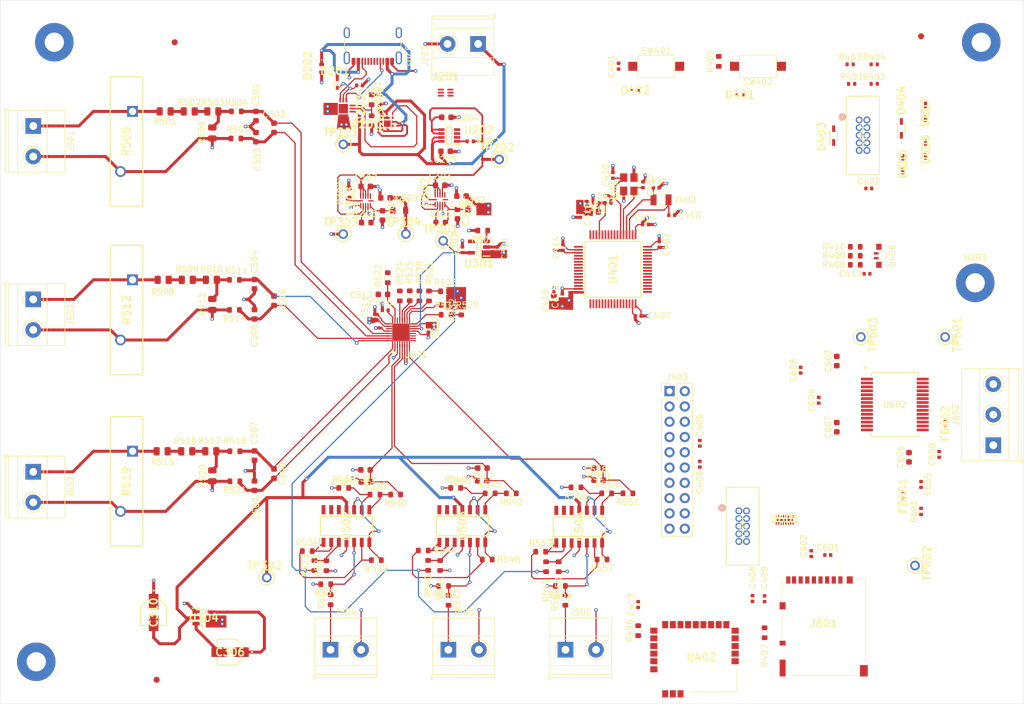
<source format=kicad_pcb>
(kicad_pcb (version 20240108) (generator "pcbnew") (generator_version "8.0")
  (layers (0 "F.Cu" signal) (1 "In1.Cu" signal) (2 "In2.Cu" signal) (3 "In3.Cu" signal) (4 "In4.Cu" signal) (31 "B.Cu" signal) (34 "B.Paste" user) (35 "F.Paste" user) (36 "B.SilkS" user "B.Silkscreen") (37 "F.SilkS" user "F.Silkscreen") (38 "B.Mask" user) (39 "F.Mask" user) (44 "Edge.Cuts" user))
  (net 0 "")
  (net 1 "+5V_EXT")
  (net 2 "GND")
  (net 3 "/USB/PD_IN_GD")
  (net 4 "+5V")
  (net 5 "+DCDC_1")
  (net 6 "+1V2")
  (net 7 "/VR/DC1_VOUT")
  (net 8 "/VR/CHRG_CAP+")
  (net 9 "/VR/CHRG_CAP-")
  (net 10 "/VR/DC2_VOUT")
  (net 11 "+DCDC_2")
  (net 12 "-DCDC_1")
  (net 13 "/uC/NRST")
  (net 14 "VDDA")
  (net 15 "/uC/BLE_RST")
  (net 16 "/uC/OSC_IN")
  (net 17 "/uC/OSC32_IN")
  (net 18 "/uC/OSC_OUT")
  (net 19 "/uC/OSC32_OUT")
  (net 20 "/ADC/V_Phase_A_P")
  (net 21 "/ADC/V_Phase_A_N")
  (net 22 "/ADC/V_Phase_B_P")
  (net 23 "/ADC/V_Phase_B_N")
  (net 24 "/ADC/V_Phase_C_P")
  (net 25 "/ADC/V_Phase_C_N")
  (net 26 "Net-(U501-CAP)")
  (net 27 "/ADC/CLKIN_ADS_T")
  (net 28 "/ADC/I_Phase_A_P")
  (net 29 "/ADC/I_Phase_B_P")
  (net 30 "/ADC/I_Phase_C_P")
  (net 31 "Net-(U602-VSEL)")
  (net 32 "Net-(U602-VISOOUT)")
  (net 33 "+V_ISO")
  (net 34 "GND2")
  (net 35 "+VBUSc")
  (net 36 "/uC/BOOT0")
  (net 37 "Net-(D404-K2)")
  (net 38 "Net-(D405-K2)")
  (net 39 "Net-(D406-K2)")
  (net 40 "Net-(D407-K2)")
  (net 41 "Net-(D408-GK)")
  (net 42 "Net-(D408-BK)")
  (net 43 "Net-(D408-RK)")
  (net 44 "/USB/USB_CC2c")
  (net 45 "/USB/USB_OTG_DM")
  (net 48 "/USB/USB_OTG_DP")
  (net 49 "/USB/USB_CC1c")
  (net 52 "/uC/BLE_SWDIO")
  (net 54 "/uC/BLE_SWDCLK")
  (net 57 "/uC/SPI2_MOSI")
  (net 58 "ADS_CS")
  (net 59 "/uC/ADC1_IN9")
  (net 60 "/uC/SPI2_MISO")
  (net 61 "/uC/BLE_SPI_CS")
  (net 62 "ADS_DIN_uC_DOUT")
  (net 63 "GPIO1_Output")
  (net 64 "ADS_DOUT_uC_DIN")
  (net 65 "GPIO2_Input")
  (net 66 "I2C1_SDA")
  (net 67 "ADS_SPI1_SCK")
  (net 69 "/uC/SPI2_SCK")
  (net 70 "DAC_OUT1")
  (net 71 "GPIO1_Input")
  (net 72 "/uC/ADC1_IN10")
  (net 73 "I2C1_SCL")
  (net 74 "Net-(J501-Pin_1)")
  (net 75 "Net-(J502-Pin_1)")
  (net 76 "Net-(J503-Pin_1)")
  (net 77 "Net-(J504-Pin_1)")
  (net 78 "Net-(J505-Pin_1)")
  (net 79 "Net-(J506-Pin_1)")
  (net 80 "/SDCARD/SD_DAT2")
  (net 81 "/SDCARD/SD_CLK")
  (net 82 "SD_DETECT")
  (net 83 "/SDCARD/SD_DAT0")
  (net 84 "/SDCARD/SD_CMD")
  (net 85 "/SDCARD/SD_DAT3")
  (net 86 "/SDCARD/SD_DAT1")
  (net 87 "Net-(J602-Pin_2)")
  (net 88 "Net-(J602-Pin_3)")
  (net 89 "/VR/DC1_SW")
  (net 90 "/VR/DC2_SW")
  (net 91 "/USB/PD_GATE")
  (net 92 "/USB/PD_VBUS_CTRL")
  (net 93 "/USB/FSE_I_LIM")
  (net 94 "LDO_EN")
  (net 95 "DCDC_2_EN")
  (net 96 "/uC/SWDIO")
  (net 97 "/uC/SWDCLK")
  (net 98 "/uC/SWDO")
  (net 99 "/uC/BLE_INT")
  (net 100 "/uC/TIM3_CH1")
  (net 101 "/uC/TIM3_CH2")
  (net 102 "/uC/TIM3_CH3")
  (net 103 "Net-(R501-Pad1)")
  (net 104 "Net-(R502-Pad1)")
  (net 105 "Net-(R503-Pad1)")
  (net 106 "Net-(R508-Pad1)")
  (net 107 "Net-(R509-Pad1)")
  (net 108 "Net-(R510-Pad1)")
  (net 109 "Net-(R515-Pad1)")
  (net 110 "Net-(R516-Pad1)")
  (net 111 "Net-(R517-Pad1)")
  (net 112 "ADS_STM32_CLKOUT")
  (net 113 "/ADC/DIN_ADS_T")
  (net 114 "Net-(U502-+INA)")
  (net 115 "/ADC/DOUT_ADS_T")
  (net 116 "ADS_DRDY")
  (net 117 "/ADC/SCK_ADS_T")
  (net 118 "/ADC/DRDY_ADS_T")
  (net 119 "ADS_SYNC_RESET")
  (net 120 "Net-(U502-OUTC)")
  (net 121 "/ADC/SYNC_RESET_ADS_T")
  (net 122 "Net-(U502-+INB)")
  (net 123 "Net-(U502--INB)")
  (net 124 "Net-(U502--INC)")
  (net 125 "/ADC/VB_REF_A")
  (net 126 "Net-(U503-+INA)")
  (net 127 "Net-(U503-OUTC)")
  (net 128 "Net-(U503-+INB)")
  (net 129 "Net-(U503--INB)")
  (net 130 "Net-(U503--INC)")
  (net 131 "Net-(U504-+INA)")
  (net 132 "Net-(U504-OUTC)")
  (net 133 "Net-(U504-+INB)")
  (net 134 "Net-(U504--INB)")
  (net 135 "Net-(U504--INC)")
  (net 136 "UART_INV_485")
  (net 138 "uC_OTG_DP")
  (net 139 "uC_OTG_DM")
  (net 147 "UART_RX_485")
  (net 148 "SDMMC_D0")
  (net 149 "UART_TX_485")
  (net 150 "SDMMC_D2")
  (net 151 "SDMMC_CMD")
  (net 152 "UART_RTS_485")
  (net 153 "SDMMC_D3")
  (net 154 "SDMMC_CK")
  (net 155 "SDMMC_D1")
  (net 157 "/uC/BLE_TEST9")
  (net 160 "/uC/BLE_TEST8")
  (net 188 "/ADC/LS_REF_A")
  (net 189 "/ADC/VB_REF_B")
  (net 190 "/ADC/LS_REF_B")
  (net 191 "/ADC/VB_REF_C")
  (net 192 "/ADC/LS_REF_C")
  (footprint "Resistor_SMD:R_0603_1608Metric" (layer "F.Cu") (at 69.175 59 180)
    (property "Reference" "R507")
    (property "Value" "1k")
  )
  (footprint "EMS:PESD3V3L1BA_115-SOD-323-2" (layer "F.Cu") (at 183.73 54.57 90)
    (property "Reference" "D407")
    (property "Value" "PESD3V3L1BA,115" (hide yes))
  )
  (footprint "LED_SMD:LED_Kingbright_APFA3010_3x1.5mm_Horizontal" (layer "F.Cu") (at 176 78.5 -90)
    (property "Reference" "D408")
    (property "Value" "LED_RAGB")
  )
  (footprint "Connector_PinHeader_2.54mm:PinHeader_2x10_P2.54mm_Vertical" (layer "F.Cu") (at 141.21 101.01)
    (property "Reference" "J403")
    (property "Value" "Conn_02x08_Counter_Clockwise")
  )
  (footprint "EMS:BAT30KFILM" (layer "F.Cu") (at 86.0125 49.85 90)
    (property "Reference" "D201")
    (property "Value" "BAT30KFILM" (hide yes))
  )
  (footprint "Capacitor_SMD:C_0402_1005Metric" (layer "F.Cu") (at 93.1125 53.995 90)
    (property "Reference" "C201")
    (property "Value" "100n")
  )
  (footprint "Capacitor_SMD:C_0402_1005Metric" (layer "F.Cu") (at 164.75 128.02 -90)
    (property "Reference" "C602")
    (property "Value" "100n")
  )
  (footprint "Resistor_SMD:R_0805_2012Metric" (layer "F.Cu") (at 57.4125 54.5 180)
    (property "Reference" "R501")
    (property "Value" "330k")
  )
  (footprint "Capacitor_SMD:C_0402_1005Metric" (layer "F.Cu") (at 89.7125 50.175)
    (property "Reference" "C202")
    (property "Value" "100n")
  )
  (footprint "EMS:TCPP01-M12-QFN-12L" (layer "F.Cu") (at 87.0125 54.025 90)
    (property "Reference" "U203")
    (property "Value" "TCPP01-M12" (hide yes))
  )
  (footprint "Capacitor_SMD:C_0402_1005Metric" (layer "F.Cu") (at 112.6 77.52 90)
    (property "Reference" "C301")
    (property "Value" "1u")
  )
  (footprint "Capacitor_SMD:C_0603_1608Metric" (layer "F.Cu") (at 106.65 68.575 180)
    (property "Reference" "C305")
    (property "Value" "47u")
  )
  (footprint "Resistor_SMD:R_0805_2012Metric" (layer "F.Cu") (at 61.0875 82.5 180)
    (property "Reference" "R509")
    (property "Value" "330k")
  )
  (footprint "Resistor_SMD:R_0603_1608Metric" (layer "F.Cu") (at 123.9 135.775 -90)
    (property "Reference" "R552")
    (property "Value" "100k")
  )
  (footprint "Capacitor_SMD:C_0603_1608Metric" (layer "F.Cu") (at 104.1375 55.475)
    (property "Reference" "C204")
    (property "Value" "10u")
  )
  (footprint "Resistor_SMD:R_0603_1608Metric" (layer "F.Cu") (at 114.925 118 180)
    (property "Reference" "R542")
    (property "Value" "2k")
  )
  (footprint "Resistor_SMD:R_0603_1608Metric" (layer "F.Cu") (at 134.3 118 180)
    (property "Reference" "R551")
    (property "Value" "2k")
  )
  (footprint "Capacitor_SMD:C_0402_1005Metric" (layer "F.Cu") (at 93.980001 87.560001 180)
    (property "Reference" "C510")
    (property "Value" "220n")
  )
  (footprint "Capacitor_SMD:C_0402_1005Metric" (layer "F.Cu") (at 155 135.48 90)
    (property "Reference" "C408")
    (property "Value" "2u2")
  )
  (footprint "Resistor_SMD:R_0402_1005Metric" (layer "F.Cu") (at 175.22 49.92)
    (property "Reference" "R402")
    (property "Value" "49R9")
  )
  (footprint "EMS:STEF05SGR-TSOT23-8L" (layer "F.Cu") (at 104.6125 58.5 180)
    (property "Reference" "U202")
    (property "Value" "STEF05SGR" (hide yes))
  )
  (footprint "Resistor_SMD:R_0603_1608Metric" (layer "F.Cu") (at 125.675 117)
    (property "Reference" "R556")
    (property "Value" "10k")
  )
  (footprint "EMS:STL6N3LLH6" (layer "F.Cu") (at 94.325 56.225 90)
    (property "Reference" "Q201")
    (property "Value" "STL6N3LLH6" (hide yes))
  )
  (footprint "Capacitor_SMD:C_0603_1608Metric" (layer "F.Cu") (at 169 96 90)
    (property "Reference" "C603")
    (property "Value" "10u")
  )
  (footprint "MountingHole:MountingHole_3.2mm_M3_Pad" (layer "F.Cu") (at 192 83)
    (property "Reference" "H203")
    (property "Value" "MountingHole_Pad")
  )
  (footprint "Resistor_SMD:R_0402_1005Metric" (layer "F.Cu") (at 175.22 46.67)
    (property "Reference" "R404")
    (property "Value" "49R9")
  )
  (footprint "EMS:ADM2565EBRNZ-SOIC-28" (layer "F.Cu") (at 178.6355 103.225)
    (property "Reference" "U602")
    (property "Value" "ADM2565EBRNZ")
  )
  (footprint "Resistor_SMD:R_0603_1608Metric" (layer "F.Cu") (at 130.775 118)
    (property "Reference" "R554")
    (property "Value" "62k")
  )
  (footprint "Resistor_SMD:R_0603_1608Metric" (layer "F.Cu") (at 136 140.825 90)
    (property "Reference" "R406")
    (property "Value" "47k")
  )
  (footprint "Resistor_SMD:R_0603_1608Metric" (layer "F.Cu") (at 68.925 82.5 180)
    (property "Reference" "R511")
    (property "Value" "1k")
  )
  (footprint "Resistor_SMD:R_0402_1005Metric" (layer "F.Cu") (at 108.1025 59.475 180)
    (property "Reference" "R202")
    (property "Value" "120R")
  )
  (footprint "Capacitor_SMD:C_0402_1005Metric" (layer "F.Cu") (at 92.257775 88.72 -90)
    (property "Reference" "C511")
    (property "Value" "1u")
  )
  (footprint "Capacitor_SMD:C_0402_1005Metric" (layer "F.Cu") (at 131.8 65.12 90)
    (property "Reference" "C420")
    (property "Value" "6p8")
  )
  (footprint "Resistor_SMD:R_0603_1608Metric" (layer "F.Cu") (at 81.025 127.6)
    (property "Reference" "R534")
    (property "Value" "100k")
  )
  (footprint "Capacitor_SMD:C_0603_1608Metric" (layer "F.Cu") (at 72.5 55.275 -90)
    (property "Reference" "C501")
    (property "Value" "10p")
  )
  (footprint "Resistor_SMD:R_0805_2012Metric" (layer "F.Cu") (at 61 111 180)
    (property "Reference" "R516")
    (property "Value" "330k")
  )
  (footprint "TerminalBlock_Phoenix:TerminalBlock_Phoenix_MKDS-1,5-2-5.08_1x02_P5.08mm_Horizontal" (layer "F.Cu") (at 35.5 85.75 -90)
    (property "Reference" "J502")
    (property "Value" "Screw_Terminal_01x02")
  )
  (footprint "Resistor_SMD:R_0603_1608Metric" (layer "F.Cu") (at 104 84.4)
    (property "Reference" "R526")
    (property "Value" "10k")
  )
  (footprint "Resistor_SMD:R_0805_2012Metric" (layer "F.Cu") (at 65.25 58.0875 90)
    (property "Reference" "R506")
    (property "Value" "750R")
  )
  (footprint "Resistor_SMD:R_0603_1608Metric" (layer "F.Cu") (at 69 116 180)
    (property "Reference" "R521")
    (property "Value" "1k")
  )
  (footprint "Resistor_SMD:R_0603_1608Metric" (layer "F.Cu") (at 84.1 133.1 180)
    (property "Reference" "R537")
    (property "Value" "100k")
  )
  (footprint "Capacitor_SMD:C_0603_1608Metric" (layer "F.Cu") (at 90.75 116.1 180)
    (property "Reference" "C514")
    (property "Value" "10p")
  )
  (footprint "EMS:EMIF06-MSD02N16" (layer "F.Cu") (at 160.35 122.225 180)
    (property "Reference" "U601")
    (property "Value" "EMIF06-MSD02N16" (hide yes))
  )
  (footprint "EMS:ST1PS02CQTR" (layer "F.Cu") (at 103.075 69.175 90)
    (property "Reference" "U302")
    (property "Value" "ST1PS02CQTR" (hide yes))
  )
  (footprint "Resistor_SMD:R_0603_1608Metric" (layer "F.Cu") (at 172.075 77 180)
    (property "Reference" "R410")
    (property "Value" "1k")
  )
  (footprint "Inductor_SMD:L_0603_1608Metric" (layer "F.Cu") (at 90.825 72.975)
    (property "Reference" "L303")
    (property "Value" "2u2")
  )
  (footprint "Capacitor_SMD:C_0603_1608Metric" (layer "F.Cu") (at 72.25 83.225 -90)
    (property "Reference" "C504")
    (property "Value" "10p")
  )
  (footprint "Capacitor_SMD:C_0402_1005Metric" (layer "F.Cu") (at 186 111.52 90)
    (property "Reference" "C609")
    (property "Value" "0.1u")
  )
  (footprint "Resistor_SMD:R_0603_1608Metric" (layer "F.Cu") (at 130 129 180)
    (property "Reference" "R557")
    (property "Value" "100k")
  )
  (footprint "Resistor_SMD:R_0603_1608Metric" (layer "F.Cu") (at 123.075 133.4 180)
    (property "Reference" "R555")
    (property "Value" "100k")
  )
  (footprint "Capacitor_SMD:C_0402_1005Metric" (layer "F.Cu") (at 132.75 46.98 90)
    (property "Reference" "C401")
    (property "Value" "100n")
  )
  (footprint "Inductor_SMD:L_0603_1608Metric" (layer "F.Cu") (at 103.1875 72.975)
    (property "Reference" "L301")
    (property "Value" "2u2")
  )
  (footprint "Button_Switch_SMD:SW_SPST_CK_RS282G05A3" (layer "F.Cu") (at 155.9 47 180)
    (property "Reference" "SW402")
    (property "Value" "SW_Push")
  )
  (footprint "Capacitor_SMD:C_0603_1608Metric" (layer "F.Cu") (at 169 107 90)
    (property "Reference" "C607")
    (property "Value" "10u")
  )
  (footprint "Resistor_SMD:R_0603_1608Metric" (layer "F.Cu") (at 149.4 46.175 90)
    (property "Reference" "R405")
    (property "Value" "10k")
  )
  (footprint "Resistor_SMD:R_0603_1608Metric" (layer "F.Cu") (at 87.075 117.1)
    (property "Reference" "R538")
    (property "Value" "10k")
  )
  (footprint "MountingHole:MountingHole_3.2mm_M3_Pad" (layer "F.Cu") (at 39 43)
    (property "Reference" "H201" (hide yes))
    (property "Value" "MountingHole_Pad")
  )
  (footprint "Capacitor_SMD:C_0603_1608Metric" (layer "F.Cu") (at 72.5 58.775 -90)
    (property "Reference" "C503")
    (property "Value" "10p")
  )
  (footprint "Resistor_SMD:R_0603_1608Metric" (layer "F.Cu") (at 92.5 129.1 180)
    (property "Reference" "R539")
    (property "Value" "100k")
  )
  (footprint "TerminalBlock_Phoenix:TerminalBlock_Phoenix_MKDS-1,5-2-5.08_1x02_P5.08mm_Horizontal" (layer "F.Cu") (at 84.885 144)
    (property "Reference" "J504")
    (property "Value" "Screw_Terminal_01x02")
  )
  (footprint "Capacitor_SMD:C_0603_1608Metric" (layer "F.Cu") (at 93.5125 71.8 -90)
    (property "Reference" "C308")
    (property "Value" "47u")
  )
  (footprint "Capacitor_SMD:C_0402_1005Metric" (layer "F.Cu") (at 174.32 67.3)
    (property "Reference" "C402")
    (property "Value" "100n")
  )
  (footprint "EMS:5000" (layer "F.Cu") (at 87.0125 59.975)
    (property "Reference" "TP201")
    (property "Value" "TestPoint" (hide yes))
  )
  (footprint "Resistor_SMD:R_0603_1608Metric" (layer "F.Cu") (at 68.925 87.5 180)
    (property "Reference" "R514")
    (property "Value" "1k")
  )
  (footprint "Capacitor_SMD:C_0402_1005Metric" (layer "F.Cu") (at 157 135.52 90)
    (property "Reference" "C409")
    (property "Value" "100n")
  )
  (footprint "Capacitor_SMD:C_0402_1005Metric" (layer "F.Cu") (at 139.5 76.62 -90)
    (property "Reference" "C403")
    (property "Value" "100n")
  )
  (footprint "Resistor_SMD:R_0805_2012Metric" (layer "F.Cu") (at 57.0875 82.5 180)
    (property "Reference" "R508")
    (property "Value" "330k")
  )
  (footprint "Resistor_SMD:R_0603_1608Metric" (layer "F.Cu") (at 103.675 133.4 180)
    (property "Reference" "R546")
    (property "Value" "100k")
  )
  (footprint "Resistor_SMD:R_0603_1608Metric" (layer "F.Cu") (at 87.9125 68.1 90)
    (property "Reference" "R302")
    (property "Value" "100k")
  )
  (footprint "Capacitor_SMD:C_0402_1005Metric" (layer "F.Cu") (at 141.57 71.75)
    (property "Reference" "C418")
    (property "Value" "5p6")
  )
  (footprint "Resistor_SMD:R_0603_1608Metric" (layer "F.Cu") (at 104.5 135.775 -90)
    (property "Reference" "R543")
    (property "Value" "100k")
  )
  (footprint "MountingHole:MountingHole_3.2mm_M3_Pad" (layer "F.Cu") (at 36 146)
    (property "Reference" "H204" (hide yes))
    (property "Value" "MountingHole_Pad")
  )
  (footprint "Resistor_SMD:R_0402_1005Metric" (layer "F.Cu") (at 171.47 49.92)
    (property "Reference" "R401")
    (property "Value" "49R9")
  )
  (footprint "Capacitor_SMD:C_0603_1608Metric" (layer "F.Cu") (at 75.5 57.225 -90)
    (property "Reference" "C502")
    (property "Value" "6800p")
  )
  (footprint "Resistor_SMD:R_0603_1608Metric" (layer "F.Cu") (at 96.4 85.175 -90)
    (property "Reference" "R524")
    (property "Value" "33R")
  )
  (footprint "Capacitor_SMD:C_0402_1005Metric" (layer "F.Cu") (at 136.8 66.7 90)
    (property "Reference" "C417")
    (property "Value" "6p8")
  )
  (footprint "Inductor_SMD:L_0603_1608Metric" (layer "F.Cu") (at 128.5875 71.2)
    (property "Reference" "L401")
    (property "Value" "10n")
  )
  (footprint "Fiducial:Fiducial_1mm_Mask2mm" (layer "F.Cu") (at 59 43)
    (property "Reference" "FM201" (hide yes))
    (property "Value" "Fiducial")
  )
  (footprint "Capacitor_SMD:C_0603_1608Metric" (layer "F.Cu") (at 93.599999 84.924449 180)
    (property "Reference" "C513")
    (property "Value" "10p")
  )
  (footprint "Button_Switch_SMD:SW_SPST_CK_RS282G05A3" (layer "F.Cu") (at 139 47)
    (property "Reference" "SW401")
    (property "Value" "SW_Push")
  )
  (footprint "Resistor_SMD:R_0603_1608Metric" (layer "F.Cu") (at 172.075 80 180)
    (property "Reference" "R408")
    (property "Value" "1k")
  )
  (footprint "EMS:5000" (layer "F.Cu") (at 74.3 132)
    (property "Reference" "TP302")
    (property "Value" "TestPoint" (hide yes))
  )
  (footprint "Resistor_SMD:R_0603_1608Metric" (layer "F.Cu") (at 101.1 129.975 -90)
    (property "Reference" "R540")
    (property "Value" "7k15")
  )
  (footprint "Capacitor_SMD:C_0603_1608Metric" (layer "F.Cu") (at 105.975 71.575 -90)
    (property "Reference" "C304")
    (property "Value" "47u")
  )
  (footprint "Capacitor_SMD:C_0402_1005Metric" (layer "F.Cu") (at 106.8 77.5 90)
    (property "Reference" "C302")
    (property "Value" "1u")
  )
  (footprint "Capacitor_SMD:C_0603_1608Metric" (layer "F.Cu") (at 72.25 88.225 -90)
    (property "Reference" "C506")
    (property "Value" "10p")
  )
  (footprint "EMS:B72220S0271K101" (layer "F.Cu") (at 52 54.5 -90)
    (property "Reference" "R505")
    (property "Value" "R_Variable" (hide yes))
  )
  (footprint "Capacitor_SMD:C_0603_1608Metric" (layer "F.Cu") (at 103.1 66.775)
    (property "Reference" "C303")
    (property "Value" "10u")
  )
  (footprint "Capacitor_SMD:C_0402_1005Metric" (layer "F.Cu") (at 101.149999 90.72 90)
    (property "Reference" "C512")
    (property "Value" "1u")
  )
  (footprint "Resistor_SMD:R_0603_1608Metric" (layer "F.Cu") (at 105.675 117.1)
    (property "Reference" "R547")
    (property "Value" "10k")
  )
  (footprint "Capacitor_SMD:C_0603_1608Metric" (layer "F.Cu") (at 75.5 114.725 -90)
    (property "Reference" "C508")
    (property "Value" "6800p")
  )
  (footprint "Capacitor_SMD:C_0402_1005Metric" (layer "F.Cu") (at 139 67.2)
    (property "Reference" "C421")
    (property "Value" "5p6")
  )
  (footprint "Resistor_SMD:R_0603_1608Metric" (layer "F.Cu") (at 92.275 118.2)
    (property "Reference" "R536")
    (property "Value" "62k")
  )
  (footprint "Capacitor_SMD:C_0402_1005Metric" (layer "F.Cu") (at 183 116.52 -90)
    (property "Reference" "C605")
    (property "Value" "0.1u")
  )
  (footprint "Capacitor_SMD:C_0603_1608Metric" (layer "F.Cu") (at 129.4 113.8 180)
    (property "Reference" "C519")
    (property "Value" "6800p")
  )
  (footprint "EMS:5000" (layer "F.Cu") (at 87 74.9)
    (property "Reference" "TP303")
    (property "Value" "TestPoint" (hide yes))
  )
  (footprint "EMS:5000" (layer "F.Cu") (at 112.9125 62.475)
    (property "Reference" "TP202")
    (property "Value" "TestPoint" (hide yes))
  )
  (footprint "Resistor_SMD:R_0603_1608Metric" (layer "F.Cu") (at 99.65 85.175 -90)
    (property "Reference" "R528")
    (property "Value" "33R")
  )
  (footprint "EMS:ESDALC6V11M2" (layer "F.Cu") (at 135.525 51)
    (property "Reference" "D402")
    (property "Value" "ESDALC6V1-1M2" (hide yes))
  )
  (footprint "TerminalBlock_Phoenix:TerminalBlock_Phoenix_MKDS-1,5-2-5.08_1x02_P5.08mm_Horizontal" (layer "F.Cu") (at 123.92 144)
    (property "Reference" "J506")
    (property "Value" "Screw_Terminal_01x02")
  )
  (footprint "Capacitor_SMD:C_0402_1005Metric" (layer "F.Cu") (at 126.4 71.62 -90)
    (property "Reference" "C410")
    (property "Value" "1u")
  )
  (footprint "Capacitor_SMD:C_0603_1608Metric" (layer "F.Cu") (at 181 112 90)
    (property "Reference" "C606")
    (property "Value" "10u")
  )
  (footprint "Resistor_SMD:R_0805_2012Metric" (layer "F.Cu") (at 65.0875 82.5 180)
    (property "Reference" "R510")
    (property "Value" "330k")
  )
  (footprint "Capacitor_SMD:C_0603_1608Metric" (layer "F.Cu") (at 110.125 113.8 180)
    (property "Reference" "C517")
    (property "Value" "6800p")
  )
  (footprint "Capacitor_SMD:C_0603_1608Metric" (layer "F.Cu") (at 72.25 111.725 -90)
    (property "Reference" "C507")
    (property "Value" "10p")
  )
  (footprint "Resistor_SMD:R_0603_1608Metric" (layer "F.Cu") (at 91.7125 52.55 -90)
    (property "Reference" "R201")
    (property "Value" "10k")
  )
  (footprint "EMS:ESDALC6V11M2" (layer "F.Cu") (at 152.925 51.75)
    (property "Reference" "D401")
    (property "Value" "ESDALC6V1-1M2" (hide yes))
  )
  (footprint "EMS:ADS131M08IPBS-WQFN-A" (layer "F.Cu") (at 96.599999 91.224449 90)
    (property "Reference" "U501")
    (property "Value" "ADS131M08IRSNR")
  )
  (footprint "Capacitor_SMD:C_0402_1005Metric" (layer "F.Cu") (at 137.22 73.3)
    (property "Reference" "C404")
    (property "Value" "100n")
  )
  (footprint "Resistor_SMD:R_0603_1608Metric" (layer "F.Cu") (at 94.399999 82.149449 -90)
    (property "Reference" "R522")
    (property "Value" "33R")
  )
  (footprint "Resistor_SMD:R_0603_1608Metric" (layer "F.Cu") (at 95.7 118.2 180)
    (property "Reference" "R530")
    (property "Value" "2k")
  )
  (footprint "Capacitor_SMD:C_0603_1608Metric" (layer "F.Cu") (at 90.7375 66.975)
    (property "Reference" "C307")
    (property "Value" "10u")
  )
  (footprint "Fiducial:Fiducial_1mm_Mask2mm" (layer "F.Cu") (at 183 42)
    (property "Reference" "FM202" (hide yes))
    (property "Value" "Fiducial")
  )
  (footprint "EMS:5000" (layer "F.Cu") (at 97.4125 74.875)
    (property "Reference" "TP304")
    (property "Value" "TestPoint" (hide yes))
  )
  (footprint "MountingHole:MountingHole_3.2mm_M3_Pad" (layer "F.Cu") (at 193 43)
    (property "Reference" "H202" (hide yes))
    (property "Value" "MountingHole_Pad")
  )
  (footprint "Capacitor_SMD:C_0603_1608Metric" (layer "F.Cu") (at 122 85.925 90)
    (property "Reference" "C416")
    (property "Value" "10u")
  )
  (footprint "Crystal:Crystal_SMD_3225-4Pin_3.2x2.5mm" (layer "F.Cu") (at 134.45 66.6 90)
    (property "Reference" "Y401")
    (property "Value" "16MHz")
  )
  (footprint "EMS:TSV914AIDR-SOIC-14" (layer "F.Cu") (at 87.538 123.44 90)
    (property "Reference" "U502")
    (property "Value" "TSV914AIDR" (hide yes))
  )
  (footprint "EMS:PESD3V3L1BA_115-SOD-323-2" (layer "F.Cu") (at 168.48 58.52 90)
    (property "Reference" "D403")
    (property "Value" "PESD3V3L1BA,115" (hide yes))
  )
  (footprint "EMS:5000" (layer "F.Cu") (at 173 92 -90)
    (property "Reference" "TP603")
    (property "Value" "TestPoint" (hide yes))
  )
  (footprint "EMS:BLUENRG-M2SA" (layer "F.Cu") (at 146.5 145.25 180)
    (property "Reference" "U402")
    (property "Value" "BLUENRG-M2SA" (hide yes))
  )
  (footprint "EMS:LM2664M6_NOPB-SOT-23-6" (layer "F.Cu") (at 63.8 138.7)
    (property "Reference" "U304")
    (property "Value" "LM2664M6_NOPB" (hide yes))
  )
  (footprint "EMS:5000" (layer "F.Cu") (at 182 130 -90)
    (property "Reference" "TP602")
    (property "Value" "TestPoint" (hide yes))
  )
  (footprint "EMS:BLM15HD182SN1D" (layer "F.Cu") (at 180 118.4 90)
    (property "Reference" "FB601")
    (property "Value" "FerriteBead" (hide yes))
  )
  (footprint "EMS:PESD3V3L1BA_115-SOD-323-2" (layer "F.Cu") (at 183.73 60.82 90)
    (property "Reference" "D406")
    (property "Value" "PESD3V3L1BA,115" (hide yes))
  )
  (footprint "Resistor_SMD:R_0805_2012Metric" (layer "F.Cu") (at 56.9125 111 180)
    (property "Reference" "R515")
    (property "Value" "330k")
  )
  (footprint "Capacitor_SMD:C_0402_1005Metric" (layer "F.Cu") (at 131 69.7)
    (property "Reference" "C412")
    (property "Value" "10n")
  )
  (footprint "Resistor_SMD:R_0603_1608Metric" (layer "F.Cu") (at 172.075 78.5 180)
    (property "Reference" "R409")
    (property "Value" "1k")
  )
  (footprint "Resistor_SMD:R_0603_1608Metric" (layer "F.Cu") (at 69.25 54.5 180)
    (property "Reference" "R504")
    (property "Value" "1k")
  )
  (footprint "TerminalBlock_Phoenix:TerminalBlock_Phoenix_MKDS-1,5-3-5.08_1x03_P5.08mm_Horizontal" (layer "F.Cu") (at 195 110 90)
    (property "Reference" "J602")
    (property "Value" "Screw_Terminal_01x03")
  )
  (footprint "EMS:DM3ATSFPEJM540" (layer "F.Cu") (at 169.6 133)
    (property "Reference" "J601")
    (property "Value" "DM3AT-SF-PEJM5_40_" (hide yes))
  )
  (footprint "EMS:BLM15HD182SN1D" (layer "F.Cu") (at 187 106.4 -90)
    (property "Reference" "FB602")
    (property "Value" "FerriteBead" (hide yes))
  )
  (footprint "Resistor_SMD:R_0805_2012Metric" (layer "F.Cu") (at 61.4125 54.5 180)
    (property "Reference" "R502")
    (property "Value" "330k")
  )
  (footprint "EMS:STM32F103RGT6-LQFP-64" (layer "F.Cu") (at 131.812 80.75 -90)
    (property "Reference" "U401")
    (property "Value" "STM32F103RGT6" (hide yes))
  )
  (footprint "Capacitor_SMD:C_0402_1005Metric" (layer "F.Cu") (at 166 102.52 90)
    (property "Reference" "C604")
    (property "Value" "0.1u")
  )
  (footprint "Resistor_SMD:R_0603_1608Metric" (layer "F.Cu") (at 106.6 87.5 90)
    (property "Reference" "R532")
    (property "Value" "100k")
  )
  (footprint "Capacitor_SMD:C_0402_1005Metric" (layer "F.Cu") (at 123.5 77.12 90)
    (property "Reference" "C414")
    (property "Value" "100n")
  )
  (footprint "Resistor_SMD:R_0603_1608Metric" (layer "F.Cu") (at 122.8 130.2 90)
    (property "Reference" "R550")
    (property "Value" "1k")
  )
  (footprint "Capacitor_SMD:C_0402_1005Metric" (layer "F.Cu") (at 163 97.52 90)
    (property "Reference" "C608")
    (property "Value" "0.1u")
  )
  (footprint "Resistor_SMD:R_0603_1608Metric" (layer "F.Cu") (at 101.25 85.175 -90)
    (property "Reference" "R531")
    (property "Value" "33R")
  )
  (footprint "Capacitor_SMD:C_0402_1005Metric" (layer "F.Cu") (at 123.4 85.32 90)
    (property "Reference" "C415")
    (property "Value" "100n")
  )
  (footprint "Resistor_SMD:R_0805_2012Metric" (layer "F.Cu") (at 65.3375 54.5 180)
    (property "Reference" "R503")
    (property "Value" "330k")
  )
  (footprint "Capacitor_SMD:C_0402_1005Metric" (layer "F.Cu") (at 167.5 128.25 180)
    (property "Reference" "C601")
    (property "Value" "100n")
  )
  (footprint "Resistor_SMD:R_0603_1608Metric" (layer "F.Cu") (at 120.7 130.2 -90)
    (property "Reference" "R549")
    (property "Value" "7k15")
  )
  (footprint "Resistor_SMD:R_0603_1608Metric" (layer "F.Cu") (at 157 141.175 90)
    (property "Reference" "R407")
    (property "Value" "47k")
  )
  (footprint "EMS:B72220S0271K101" (layer "F.Cu") (at 52 111 -90)
    (property "Reference" "R519")
    (property "Value" "R_Variable" (hide yes))
  )
  (footprint "EMS:USBLC62P6-SOT666-6" (layer "F.Cu") (at 104.0075 51.375 -90)
    (property "Reference" "U201")
    (property "Value" "USBLC6-2P6" (hide yes))
  )
  (footprint "Resistor_SMD:R_0603_1608Metric" (layer "F.Cu") (at 91.7125 56.05 -90)
    (property "Reference" "R203")
    (property "Value" "2k7")
  )
  (footprint "EMS:10SVPS10M" (layer "F.Cu") (at 55.5 137.8 -90)
    (property "Reference" "C310")
    (property "Value" "10u" (hide yes))
  )
  (footprint "Resistor_SMD:R_0805_2012Metric" (layer "F.Cu") (at 65.25 86.5875 90)
    (property "Reference" "R513")
    (property "Value" "750R")
  )
  (footprint "Resistor_SMD:R_0603_1608Metric" (layer "F.Cu") (at 104.1 86.7)
    (property "Reference" "R529")
    (property "Value" "100k")
  )
  (footprint "Capacitor_SMD:C_0603_1608Metric" (layer "F.Cu") (at 72.25 116.725 -90)
    (property "Reference" "C509")
    (property "Value" "10p")
  )
  (footprint "TerminalBlock_Phoenix:TerminalBlock_Phoenix_MKDS-1,5-2-5.08_1x02_P5.08mm_Horizontal" (layer "F.Cu") (at 104.465 144)
    (property "Reference" "J505")
    (property "Value" "Screw_Terminal_01x02")
  )
  (footprint "Inductor_SMD:L_0805_2012Metric" (layer "F.Cu") (at 96.3125 70.975)
    (property "Reference" "L304")
    (property "Value" "10u")
  )
  (footprint "Resistor_SMD:R_0402_1005Metric" (layer "F.Cu") (at 183 121 90)
    (property "Reference" "R601")
    (property "Value" "120R")
  )
  (footprint "Inductor_SMD:L_0805_2012Metric" (layer "F.Cu") (at 108.775 70.775)
    (property "Reference" "L302")
    (property "Value" "10u")
  )
  (footprint "Capacitor_SMD:C_0402_1005Metric" (layer "F.Cu") (at 136 88.5 180)
    (property "Reference" "C407")
    (property "Value" "100n")
  )
  (footprint "Resistor_SMD:R_0402_1005Metric" (layer "F.Cu") (at 171.22 46.67)
    (property "Reference" "R403")
    (property "Value" "49R9")
  )
  (footprint "EMS:5000" (layer "F.Cu") (at 187 92 -90)
    (property "Reference" "TP601")
    (property "Value" "TestPoint" (hide yes))
  )
  (footprint "Resistor_SMD:R_0603_1608Metric" (layer "F.Cu") (at 69 111 180)
    (property "Reference" "R518")
    (property "Value" "1k")
  )
  (footprint "TerminalBlock_Phoenix:TerminalBlock_Phoenix_MKDS-1,5-2-5.08_1x02_P5.08mm_Horizontal" (layer "F.Cu") (at 35.5 56.92 -90)
    (property "Reference" "J501")
    (property "Value" "Screw_Terminal_01x02")
  )
  (footprint "Resistor_SMD:R_0805_2012Metric" (layer "F.Cu") (at 65.25 115.0875 90)
    (property "Reference" "R520")
    (property "Value" "750R")
  )
  (footprint "Resistor_SMD:R_0603_1608Metric" (layer "F.Cu") (at 110.925 129 180)
    (property "Reference" "R548")
    (property "Value" "100k")
  )
  (footprint "Capacitor_SMD:C_0402_1005Metric" (layer "F.Cu") (at 146.25 113.15 90)
    (property "Reference" "C406")
    (property "Value" "100n")
  )
  (footprint "EMS:PESD3V3L1BA_115-SOD-323-2" (layer "F.Cu") (at 179.98 63.27 -90)
    (property "Reference" "D405")
    (property "Value" "PESD3V3L1BA,115" (hide yes))
  )
  (footprint "EMS:TSV914AIDR-SOIC-14" (layer "F.Cu") (at 106.788 123.44 90)
    (property "Reference" "U503")
    (property "Value" "TSV914AIDR" (hide yes))
  )
  (footprint "EMS:ST1PS02CQTR" (layer "F.Cu") (at 90.7125 69.375 90)
    (property "Reference" "U303")
    (property "Value" "ST1PS02CQTR" (hide yes))
  )
  (footprint "EMS:ESDA7P60-1U1M" (layer "F.Cu") (at 83.4125 47.35 -90)
    (property "Reference" "D202")
    (property "Value" "ESDA7P60-1U1M" (hide yes))
  )
  (footprint "Capacitor_SMD:C_0603_1608Metric" (layer "F.Cu") (at 129.425 115.8 180)
    (property "Reference" "C518")
    (property "Value" "10p")
  )
  (footprint "TerminalBlock_Phoenix:TerminalBlock_Phoenix_MKDS-1,5-2-5.08_1x02_P5.08mm_Horizontal" (layer "F.Cu") (at 109.4125 43.275 180)
    (property "Reference" "J202")
    (property "Value" "Screw_Terminal_01x02")
  )
  (footprint "Capacitor_SMD:C_0603_1608Metric" (layer "F.Cu") (at 90.7 114.1 180)
    (property "Reference" "C515")
    (property "Value" "6800p")
  )
  (footprint "Resistor_SMD:R_0805_2012Metric" (layer "F.Cu") (at 65 111 180)
    (property "Reference" "R517")
    (property "Value" "330k")
  )
  (footprint "EMS:62701021621" (layer "F.Cu") (at 172.73 55.92 -90)
    (property "Reference" "J401")
    (property "Value" "Conn_02x05_Counter_Clockwise")
  )
  (footprint "Resistor_SMD:R_0603_1608Metric" (layer "F.Cu") (at 84.2 130.025 90)
    (property "Reference" "R527")
    (property "Value" "1k")
  )
  (footprint "Capacitor_SMD:C_0603_1608Metric" (layer "F.Cu") (at 75.5 85.975 -90)
    (property "Reference" "C505")
    (property "Value" "6800p")
  )
  (footprint "Capacitor_SMD:C_0603_1608Metric" (layer "F.Cu") (at 104.0125 61.125)
    (property "Reference" "C203")
    (property "Value" "10u")
  )
  (footprint "EMS:B72220S0271K101" (layer "F.Cu") (at 52 82.5 -90)
    (property "Reference" "R512")
    (property "Value" "R_Variable" (hide yes))
  )
  (footprint "EMS:5000" (layer "F.Cu") (at 103.6 76)
    (property "Reference" "TP301")
    (property "Value" "TestPoint" (hide yes))
  )
  (footprint "Capacitor_SMD:C_0402_1005Metric" (layer "F.Cu") (at 136 136.48 90)
    (property "Reference" "C413")
    (property "Value" "100n")
  )
  (footprint "Resistor_SMD:R_0603_1608Metric" (layer "F.Cu") (at 84.9 135.675 -90)
    (property "Reference" "R533")
    (property "Value" "100k")
  )
  (footprint "EMS:TSV914AIDR-SOIC-14" (layer "F.Cu") (at 126.21 123.538 90)
    (property "Reference" "U504")
    (property "Value" "TSV914AIDR" (hide yes))
  )
  (footprint "EMS:LDLN025M12R-SOT-23-5" (layer "F.Cu") (at 109.55 77.05 180)
    (property "Reference" "U301")
    (property "Value" "LDLN025M12R" (hide yes))
  )
  (footprint "Capacitor_SMD:C_0603_1608Metric" (layer "F.Cu") (at 94.0125 68.875 180)
    (property "Reference" "C309")
    (property "Value" "47u")
  )
  (footprint "Crystal:Crystal_SMD_3215-2Pin_3.2x1.5mm" (layer "F.Cu") (at 139.8 69.2)
    (property "Reference" "Y402")
    (property "Value" "32.768KHz")
  )
  (footprint "Resistor_SMD:R_0603_1608Metric" (layer "F.Cu") (at 119.8 127.7)
    (property "Reference" "R553")
    (property "Value" "100k")
  )
  (footprint "EMS:PESD3V3L1BA_115-SOD-323-2" (layer "F.Cu") (at 179.73 57.32 90)
    (property "Reference" "D404")
    (property "Value" "PESD3V3L1BA,115" (hide yes))
  )
  (footprint "Capacitor_SMD:C_0603_1608Metric" (layer "F.Cu") (at 110.075 115.9 180)
    (property "Reference" "C516")
    (property "Value" "10p")
  )
  (footprint "Resistor_SMD:R_0603_1608Metric" (layer "F.Cu") (at 103.1 130 90)
    (property "Reference" "R541")
    (property "Value" "1k")
  )
  (footprint "EMS:62701021621" (layer "F.Cu") (at 152.73 120.92 -90)
    (property "Reference" "J402")
    (property "Value" "Conn_02x05_Counter_Clockwise")
  )
  (footprint "Connector_USB:USB_C_Receptacle_GCT_USB4105-xx-A_16P_TopMnt_Horizontal" (layer "F.Cu") (at 91.9125 42.495 180)
    (property "Reference" "J201")
    (property "Value" "USB_C_Receptacle_USB2.0_16P")
  )
  (footprint "EMS:10SVPS10M" (layer "F.Cu") (at 68.2 144.4 180)
    (property "Reference" "C306")
    (property "Value" "10u" (hide yes))
  )
  (footprint "Capacitor_SMD:C_0402_1005Metric" (layer "F.Cu") (at 146.25 109.67 90)
    (property "Reference" "C405")
    (property "Value" "100n")
  )
  (footprint "Fiducial:Fiducial_1mm_Mask2mm" (layer "F.Cu") (at 56 149)
    (property "Reference" "FM203" (hide yes))
    (property "Value" "Fiducial")
  )
  (footprint "Capacitor_SMD:C_0402_1005Metric" (layer "F.Cu") (at 174.02 81.5)
    (property "Reference" "C419")
    (property "Value" "100n")
  )
  (footprint "Capacitor_SMD:C_0402_1005Metric" (layer "F.Cu") (at 128.98 69.7 180)
    (property "Reference" "C411")
    (property "Value" "1u")
  )
  (footprint "Resistor_SMD:R_0603_1608Metric" (layer "F.Cu") (at 110.175 74.3)
    (property "Reference" "R301")
    (property "Value" "100k")
  )
  (footprint "Resistor_SMD:R_0603_1608Metric" (layer "F.Cu") (at 111.4 118)
    (property "Reference" "R545")
    (property "Value" "62k")
  )
  (footprint "Resistor_SMD:R_0603_1608Metric" (layer "F.Cu") (at 104.1 88.3 180)
    (property "Reference" "R535")
    (property "Value" "33R")
  )
  (footprint "TerminalBlock_Phoenix:TerminalBlock_Phoenix_MKDS-1,5-2-5.08_1x02_P5.08mm_Horizontal" (layer "F.Cu") (at 35.5 114.42 -90)
    (property "Reference" "J503")
    (property "Value" "Screw_Terminal_01x02")
  )
  (footprint "Resistor_SMD:R_0603_1608Metric" (layer "F.Cu") (at 82.2 130 -90)
    (property "Reference" "R523")
    (property "Value" "7k15")
  )
  (footprint "Resistor_SMD:R_0603_1608Metric" (layer "F.Cu") (at 100.3 127.5)
    (property "Reference" "R544")
    (property "Value" "100k")
  )
  (footprint "Resistor_SMD:R_0603_1608Metric" (layer "F.Cu") (at 98.05 85.15 -90)
    (property "Reference" "R525")
    (property "Value" "33R")
  )
  (gr_line (start 200 36) (end 200 153) (stroke (width 0.05)) (layer "Edge.Cuts"))
  (gr_line (start 30 153) (end 30 36) (stroke (width 0.05)) (layer "Edge.Cuts"))
  (gr_line (start 30 36) (end 200 36) (stroke (width 0.05)) (layer "Edge.Cuts"))
  (gr_line (start 200 153) (end 30 153) (stroke (width 0.05)) (layer "Edge.Cuts"))
  (segment (start 109.4125 43.275) (end 112.8125 46.675) (width 0.5) (layer "F.Cu") (net 1))
  (segment (start 88.9625 54.525) (end 89.7125 55.275) (width 0.2) (layer "F.Cu") (net 1))
  (segment (start 102.1625 58.825) (end 101.8125 59.175) (width 0.3) (layer "F.Cu") (net 1))
  (segment (start 104.7125 63.175) (end 102.5125 63.175) (width 0.5) (layer "F.Cu") (net 1))
  (segment (start 103.3125 59.475) (end 102.3125 59.475) (width 0.3) (layer "F.Cu") (net 1))
  (segment (start 104.3125 63.175) (end 103.2375 62.1) (width 0.5) (layer "F.Cu") (net 1))
  (segment (start 112.8125 46.675) (end 113.7125 46.675) (width 0.5) (layer "F.Cu") (net 1))
  (segment (start 93.4375 54.8) (end 93.1125 54.475) (width 0.5) (layer "F.Cu") (net 1))
  (segment (start 93.9125 54.475) (end 93.1125 54.475) (width 0.3) (layer "F.Cu") (net 1))
  (segment (start 94.2375 54.8) (end 94.0625 54.625) (width 0.3) (layer "F.Cu") (net 1))
  (segment (start 102.3125 59.475) (end 101.8125 59.975) (width 0.3) (layer "F.Cu") (net 1))
  (segment (start 101.8125 62.475) (end 101.8125 59.975) (width 0.5) (layer "F.Cu") (net 1))
  (segment (start 88.4625 54.525) (end 88.9625 54.525) (width 0.2) (layer "F.Cu") (net 1))
  (segment (start 100.9125 63.175) (end 102.5125 63.175) (width 0.5) (layer "F.Cu") (net 1))
  (segment (start 100.5125 60.575) (end 99.4125 61.675) (width 0.5) (layer "F.Cu") (net 1))
  (segment (start 103.2375 62.1) (end 103.2375 61.125) (width 0.5) (layer "F.Cu") (net 1))
  (segment (start 99.4125 61.675) (end 90.2125 61.675) (width 0.5) (layer "F.Cu") (net 1))
  (segment (start 94.0625 54.625) (end 93.9125 54.475) (width 0.3) (layer "F.Cu") (net 1))
  (segment (start 98.2125 52.775) (end 100.5125 55.075) (width 0.5) (layer "F.Cu") (net 1))
  (segment (start 101.8125 59.175) (end 101.8125 59.975) (width 0.3) (layer "F.Cu") (net 1))
  (segment (start 100.5125 55.075) (end 100.5125 60.575) (width 0.5) (layer "F.Cu") (net 1))
  (segment (start 87.0125 59.975) (end 89.7125 59.975) (width 0.5) (layer "F.Cu") (net 1))
  (segment (start 89.7125 59.975) (end 89.7125 55.275) (width 0.5) (layer "F.Cu") (net 1))
  (segment (start 103.3125 58.825) (end 102.1625 58.825) (width 0.3) (layer "F.Cu") (net 1))
  (segment (start 102.5125 63.175) (end 101.8125 62.475) (width 0.5) (layer "F.Cu") (net 1))
  (segment (start 93.4375 55.575) (end 93.4375 54.8) (width 0.5) (layer "F.Cu") (net 1))
  (segment (start 89.7125 61.175) (end 89.7125 59.975) (width 0.5) (layer "F.Cu") (net 1))
  (segment (start 104.7125 63.175) (end 104.3125 63.175) (width 0.5) (layer "F.Cu") (net 1))
  (segment (start 94.0625 54.625) (end 95.9125 52.775) (width 0.5) (layer "F.Cu") (net 1))
  (segment (start 94.2375 55.575) (end 94.2375 54.8) (width 0.3) (layer "F.Cu") (net 1))
  (segment (start 99.4125 61.675) (end 100.9125 63.175) (width 0.5) (layer "F.Cu") (net 1))
  (segment (start 95.9125 52.775) (end 98.2125 52.775) (width 0.5) (layer "F.Cu") (net 1))
  (segment (start 90.2125 61.675) (end 89.7125 61.175) (width 0.5) (layer "F.Cu") (net 1))
  (via (at 104.7125 63.175) (size 0.6) (drill 0.3) (layers "F.Cu" "B.Cu") (net 1))
  (via (at 113.7125 46.675) (size 0.6) (drill 0.3) (layers "F.Cu" "B.Cu") (net 1))
  (segment (start 113.7125 57.875) (end 108.5125 63.075) (width 0.5) (layer "B.Cu") (net 1))
  (segment (start 113.7125 46.675) (end 113.7125 57.875) (width 0.5) (layer "B.Cu") (net 1))
  (segment (start 108.4125 63.175) (end 104.7125 63.175) (width 0.5) (layer "B.Cu") (net 1))
  (segment (start 108.5125 63.075) (end 108.4125 63.175) (width 0.5) (layer "B.Cu") (net 1))
  (segment (start 72.25 114.5) (end 72 114.25) (width 0.5) (layer "F.Cu") (net 2))
  (segment (start 70.75 57) (end 71.25 57) (width 0.5) (layer "F.Cu") (net 2))
  (segment (start 97.4 96.4) (end 97.6 96.2) (width 0.2) (layer "F.Cu") (net 2))
  (segment (start 100.6125 43.275) (end 104.3325 43.275) (width 0.5) (layer "F.Cu") (net 2))
  (segment (start 48.5 119.5) (end 50 121) (width 0.5) (layer "F.Cu") (net 2))
  (segment (start 57.5 64.5) (end 63 59) (width 0.5) (layer "F.Cu") (net 2))
  (segment (start 125.2 72.1) (end 126.4 72.1) (width 0.5) (layer "F.Cu") (net 2))
  (segment (start 107.8 113.8) (end 109.35 113.8) (width 0.2) (layer "F.Cu") (net 2))
  (segment (start 123.4 83.9) (end 123.4 84.84) (width 0.5) (layer "F.Cu") (net 2))
  (segment (start 63 59) (end 65.25 59) (width 0.5) (layer "F.Cu") (net 2))
  (segment (start 97.199998 96.199998) (end 97.199998 93.2) (width 0.2) (layer "F.Cu") (net 2))
  (segment (start 123.3 117) (end 124.85 117) (width 0.2) (layer "F.Cu") (net 2))
  (segment (start 50 64.5) (end 57.5 64.5) (width 0.5) (layer "F.Cu") (net 2))
  (segment (start 128.5 68.5) (end 128.5 69.7) (width 0.5) (layer "F.Cu") (net 2))
  (segment (start 71.55 57) (end 72.5 56.05) (width 0.5) (layer "F.Cu") (net 2))
  (segment (start 123.5 84) (end 123.4 83.9) (width 0.2) (layer "F.Cu") (net 2))
  (segment (start 102.275 69.975) (end 100.8125 69.975) (width 0.2) (layer "F.Cu") (net 2))
  (segment (start 130.5 68.5) (end 131.3 68.5) (width 0.5) (layer "F.Cu") (net 2))
  (segment (start 35.5 119.5) (end 48.5 119.5) (width 0.5) (layer "F.Cu") (net 2))
  (segment (start 88.0125 47.575) (end 88.0125 48.875) (width 0.3) (layer "F.Cu") (net 2))
  (segment (start 104.8375 61.175) (end 104.7875 61.125) (width 0.5) (layer "F.Cu") (net 2))
  (segment (start 137.2 65.82) (end 136.8 66.22) (width 0.5) (layer "F.Cu") (net 2))
  (segment (start 113.7 76.5) (end 113.14 76.5) (width 0.5) (layer "F.Cu") (net 2))
  (segment (start 71.25 85.75) (end 72.25 84.75) (width 0.5) (layer "F.Cu") (net 2))
  (segment (start 72.25 86.75) (end 71.25 85.75) (width 0.5) (layer "F.Cu") (net 2))
  (segment (start 113.14 76.5) (end 112.6 77.04) (width 0.5) (layer "F.Cu") (net 2))
  (segment (start 94.624448 89.824449) (end 93.990337 89.824449) (width 0.2) (layer "F.Cu") (net 2))
  (segment (start 105.8125 68.5125) (end 105.875 68.575) (width 0.5) (layer "F.Cu") (net 2))
  (segment (start 57.75 92.5) (end 62.75 87.5) (width 0.5) (layer "F.Cu") (net 2))
  (segment (start 139.1 77.5) (end 139.5 77.1) (width 0.2) (layer "F.Cu") (net 2))
  (segment (start 110.8 77.05) (end 112.59 77.05) (width 0.5) (layer "F.Cu") (net 2))
  (segment (start 106.2125 55.475) (end 104.9125 55.475) (width 0.5) (layer "F.Cu") (net 2))
  (segment (start 95.1125 46.775) (end 96.1125 47.775) (width 0.3) (layer "F.Cu") (net 2))
  (segment (start 65.25 87.5) (end 68.1 87.5) (width 0.5) (layer "F.Cu") (net 2))
  (segment (start 62.5 116) (end 65.25 116) (width 0.5) (layer "F.Cu") (net 2))
  (segment (start 97.6 96.2) (end 97.6 93.2) (width 0.2) (layer "F.Cu") (net 2))
  (segment (start 109.6 137.4) (end 109.545 137.455) (width 0.2) (layer "F.Cu") (net 2))
  (segment (start 92.7125 66.975) (end 91.5125 66.975) (width 0.5) (layer "F.Cu") (net 2))
  (segment (start 127 113.8) (end 128.625 113.8) (width 0.2) (layer "F.Cu") (net 2))
  (segment (start 137.2 65.1) (end 137.2 65.82) (width 0.5) (layer "F.Cu") (net 2))
  (segment (start 142.7 71.1) (end 142.05 71.75) (width 0.5) (layer "F.Cu") (net 2))
  (segment (start 72 114.25) (end 70.75 114.25) (width 0.5) (layer "F.Cu") (net 2))
  (segment (start 96.1125 47.775) (end 99.0125 47.775) (width 0.3) (layer "F.Cu") (net 2))
  (segment (start 106.0125 72.3875) (end 105.975 72.35) (width 0.5) (layer "F.Cu") (net 2))
  (segment (start 35.5 62) (end 47.5 62) (width 0.5) (layer "F.Cu") (net 2))
  (segment (start 85.7 130.9) (end 84.25 130.9) (width 0.2) (layer "F.Cu") (net 2))
  (segment (start 99.375347 91.024449) (end 99.950898 91.6) (width 0.2) (layer "F.Cu") (net 2))
  (segment (start 140.6 77.1) (end 139.5 77.1) (width 0.5) (layer "F.Cu") (net 2))
  (segment (start 47.5 62) (end 50 64.5) (width 0.5) (layer "F.Cu") (net 2))
  (segment (start 65.25 117.5) (end 65.25 116) (width 0.5) (layer "F.Cu") (net 2))
  (segment (start 122 83.9) (end 122 85.15) (width 0.5) (layer "F.Cu") (net 2))
  (segment (start 91.1125 68.575) (end 91.1125 67.375) (width 0.2) (layer "F.Cu") (net 2))
  (segment (start 55.5 132.5) (end 55.5 136) (width 0.5) (layer "F.Cu") (net 2))
  (segment (start 123.5 75.6) (end 123.5 76.64) (width 0.5) (layer "F.Cu") (net 2))
  (segment (start 105.0125 66.775) (end 103.875 66.775) (width 0.5) (layer "F.Cu") (net 2))
  (segment (start 103.475 71.4375) (end 103.5125 71.475) (width 0.2) (layer "F.Cu") (net 2))
  (segment (start 70.5 85.75) (end 71.25 85.75) (width 0.5) (layer "F.Cu") (net 2))
  (segment (start 127 115.2) (end 128.05 115.2) (width 0.2) (layer "F.Cu") (net 2))
  (segment (start 95.1125 46.175) (end 95.1125 46.775) (width 0.3) (layer "F.Cu") (net 2))
  (segment (start 92.257776 87.015551) (end 92.257776 88.239999) (width 0.5) (layer "F.Cu") (net 2))
  (segment (start 92.7 88.3) (end 92.64 88.24) (width 0.5) (layer "F.Cu") (net 2))
  (segment (start 99.950898 91.6) (end 100.749999 91.6) (width 0.2) (layer "F.Cu") (net 2))
  (segment (start 85.1 117.1) (end 86.25 117.1) (width 0.2) (layer "F.Cu") (net 2))
  (segment (start 72.25 115.95) (end 72.25 114.5) (width 0.5) (layer "F.Cu") (net 2))
  (segment (start 135.062 86.488) (end 135.062 88.042) (width 0.2) (layer "F.Cu") (net 2))
  (segment (start 126.074 84) (end 123.5 84) (width 0.2) (layer "F.Cu") (net 2))
  (segment (start 50 92.5) (end 57.75 92.5) (width 0.5) (layer "F.Cu") (net 2))
  (segment (start 88.6 115.5) (end 89.375 115.5) (width 0.2) (layer "F.Cu") (net 2))
  (segment (start 62.75 87.5) (end 65.25 87.5) (width 0.5) (layer "F.Cu") (net 2))
  (segment (start 135.062 88.042) (end 135.52 88.5) (width 0.2) (layer "F.Cu") (net 2))
  (segment (start 100.749999 91.6) (end 101.149999 91.2) (width 0.2) (layer "F.Cu") (net 2))
  (segment (start 89.9125 70.175) (end 88.7125 70.175) (width 0.2) (layer "F.Cu") (net 2))
  (segment (start 122.825 131) (end 122.8 131.025) (width 0.2) (layer "F.Cu") (net 2))
  (segment (start 108.6 115.2) (end 109.3 115.9) (width 0.2) (layer "F.Cu") (net 2))
  (segment (start 72.25 114) (end 72 114.25) (width 0.5) (layer "F.Cu") (net 2))
  (segment (start 103.5 117.1) (end 104.85 117.1) (width 0.2) (layer "F.Cu") (net 2))
  (segment (start 83.4125 49.675) (end 83.4125 47.975) (width 0.5) (layer "F.Cu") (net 2))
  (segment (start 65.25 59) (end 68.35 59) (width 0.5) (layer "F.Cu") (net 2))
  (segment (start 107.8 115.2) (end 108.6 115.2) (width 0.2) (layer "F.Cu") (net 2))
  (segment (start 91.1125 67.375) (end 91.5125 66.975) (width 0.2) (layer "F.Cu") (net 2))
  (segment (start 91.1925 49.175) (end 90.1925 50.175) (width 0.5) (layer "F.Cu") (net 2))
  (segment (start 50 121) (end 57.5 121) (width 0.5) (layer "F.Cu") (net 2))
  (segment (start 135.3 63.8) (end 135.3 65.5) (width 0.5) (layer "F.Cu") (net 2))
  (segment (start 131.8 63.5) (end 131.8 64.64) (width 0.5) (layer "F.Cu") (net 2))
  (segment (start 101.6 133.4) (end 102.85 133.4) (width 0.2) (layer "F.Cu") (net 2))
  (segment (start 124.36 77.5) (end 123.5 76.64) (width 0.2) (layer "F.Cu") (net 2))
  (segment (start 84.25 130.9) (end 84.2 130.85) (width 0.2) (layer "F.Cu") (net 2))
  (segment (start 93.500001 86.435552) (end 93.500001 87.560001) (width 0.5) (layer "F.Cu") (net 2))
  (segment (start 103.475 69.975) (end 103.475 71.4375) (width 0.2) (layer "F.Cu") (net 2))
  (segment (start 104.7 130.8) (end 103.125 130.8) (width 0.2) (layer "F.Cu") (net 2))
  (segment (start 128.05 115.2) (end 128.65 115.8) (width 0.2) (layer "F.Cu") (net 2))
  (segment (start 72.5 58) (end 71.5 57) (width 0.5) (layer "F.Cu") (net 2))
  (segment (start 101.149999 92.1) (end 101.149999 91.2) (width 0.5) (layer "F.Cu") (net 2))
  (segment (start 89.375 115.5) (end 89.975 116.1) (width 0.2) (layer "F.Cu") (net 2))
  (segment (start 61.1 136.3) (end 62.55 137.75) (width 0.5) (layer "F.Cu") (net 2))
  (segment (start 91.7125 58.275) (end 91.7125 56.875) (width 0.5) (layer "F.Cu") (net 2))
  (segment (start 98.57555 91.024449) (end 99.375347 91.024449) (width 0.2) (layer "F.Cu") (net 2))
  (segment (start 129 137.4) (end 129 144) (width 0.2) (layer "F.Cu") (net 2))
  (segment (start 93.5125 73.775) (end 93.5125 72.575) (width 0.5) (layer "F.Cu") (net 2))
  (segment (start 131.3 68.5) (end 131.48 68.68) (width 0.5) (layer "F.Cu") (net 2))
  (segment (start 35.5 90.83) (end 48.33 90.83) (width 0.5) (layer "F.Cu") (net 2))
  (segment (start 136.1 89.7) (end 135.52 89.12) (width 0.5) (layer "F.Cu") (net 2))
  (segment (start 92.257776 88.239999) (end 92.257775 88.24) (width 0.5) (layer "F.Cu") (net 2))
  (segment (start 93.990337 89.824449) (end 93.382944 89.217056) (width 0.2) (layer "F.Cu") (net 2))
  (segment (start 48.33 90.83) (end 50 92.5) (width 0.5) (layer "F.Cu") (net 2))
  (segment (start 65.25 60.5) (end 65.25 59) (width 0.5) (layer "F.Cu") (net 2))
  (segment (start 82 133.1) (end 83.275 133.1) (width 0.2) (layer "F.Cu") (net 2))
  (segment (start 106.2125 61.175) (end 104.8375 61.175) (width 0.5) (layer "F.Cu") (net 2))
  (segment (start 140.18 66.5) (end 139.48 67.2) (width 0.5) (layer "F.Cu") (net 2))
  (segment (start 88.7125 70.175) (end 88.3125 70.575) (width 0.2) (layer "F.Cu") (net 2))
  (segment (start 90 137.4) (end 89.965 137.435) (width 0.2) (layer "F.Cu") (net 2))
  (segment (start 88.7125 46.875) (end 88.0125 47.575) (width 0.3) (layer "F.Cu") (net 2))
  (segment (start 89.965 137.435) (end 89.965 144) (width 0.2) (layer "F.Cu") (net 2))
  (segment (start 87.9125 65.975) (end 87.9125 67.275) (width 0.5) (layer "F.Cu") (net 2))
  (segment (start 140.7 66.5) (end 140.18 66.5) (width 0.5) (layer "F.Cu") (net 2))
  (segment (start 133.6 69.4) (end 133.6 67.7) (width 0.5) (layer "F.Cu") (net 2))
  (segment (start 124.2 131) (end 122.825 131) (width 0.2) (layer "F.Cu") (net 2))
  (segment (start 94.624448 91.024449) (end 93.824449 91.024449) (width 0.2) (layer "F.Cu") (net 2))
  (segment (start 72.25 84.75) (end 72.25 84) (width 0.5) (layer "F.Cu") (net 2))
  (segment (start 103.475 68.375) (end 103.475 67.175) (width 0.2) (layer "F.Cu") (net 2))
  (segment (start 143.1 71.1) (end 142.7 71.1) (width 0.5) (layer "F.Cu") (net 2))
  (segment (start 91.1125 71.275) (end 91.1125 70.175) (width 0.2) (layer "F.Cu") (net 2))
  (segment (start 93.3 90.5) (end 92.4 90.5) (width 0.5) (layer "F.Cu") (net 2))
  (segment (start 131.48 68.68) (end 131.48 69.7) (width 0.5) (layer "F.Cu") (net 2))
  (segment (start 107.9 74.3) (end 109.35 74.3) (width 0.5) (layer "F.Cu") (net 2))
  (segment (start 57.5 121) (end 62.5 116) (width 0.5) (layer "F.Cu") (net 2))
  (segment (start 91.3625 71.525) (end 91.1125 71.275) (width 0.2) (layer "F.Cu") (net 2))
  (segment (start 103.125 130.8) (end 103.1 130.825) (width 0.2) (layer "F.Cu") (net 2))
  (segment (start 88.6 114.1) (end 89.925 114.1) (width 0.2) (layer "F.Cu") (net 2))
  (segment (start 92.7 88.322183) (end 92.7 88.3) (width 0.2) (layer "F.Cu") (net 2))
  (segment (start 105.8125 67.275) (end 105.8125 68.5125) (width 0.5) (layer "F.Cu") (net 2))
  (segment (start 95.35 95.45) (end 96 94.8) (width 0.2) (layer "F.Cu") (net 2))
  (segment (start 92.64 88.24) (end 92.257775 88.24) (width 0.5) (layer "F.Cu") (net 2))
  (segment (start 93.382944 89.217056) (end 93.382944 89.005127) (width 0.2) (layer "F.Cu") (net 2))
  (segment (start 106.0125 73.575) (end 106.0125 72.3875) (width 0.5) (layer "F.Cu") (net 2))
  (segment (start 120.9 133.4) (end 122.25 133.4) (width 0.2) (layer "F.Cu") (net 2))
  (segment (start 94.1125 53.175) (end 93.4525 53.175) (width 0.5) (layer "F.Cu") (net 2))
  (segment (start 60.6 136.3) (end 61.1 136.3) (width 0.5) (layer "F.Cu") (net 2))
  (segment (start 65.25 89) (end 65.25 87.5) (width 0.5) (layer "F.Cu") (net 2))
  (segment (start 72.25 87.45) (end 72.25 86.75) (width 0.5) (layer "F.Cu") (net 2))
  (segment (start 103.475 67.175) (end 103.875 66.775) (width 0.2) (layer "F.Cu") (net 2))
  (segment (start 91.2125 49.175) (end 91.1925 49.175) (width 0.5) (layer "F.Cu") (net 2))
  (segment (start 135.52 89.12) (end 135.52 88.5) (width 0.5) (layer "F.Cu") (net 2))
  (segment (start 93.382944 89.005127) (end 92.7 88.322183) (width 0.2) (layer "F.Cu") (net 2))
  (segment (start 93.4525 53.175) (end 93.1125 53.515) (width 0.5) (layer "F.Cu") (net 2))
  (segment (start 126.074 77.5) (end 124.36 77.5) (width 0.2) (layer "F.Cu") (net 2))
  (segment (start 97.4 96.4) (end 97.199998 96.199998) (width 0.2) (layer "F.Cu") (net 2))
  (segment (start 93.1125 67.575) (end 93.1125 68.75) (width 0.5) (layer "F.Cu") (net 2))
  (segment (start 65.25 116) (end 68.175 116) (width 0.5) (layer "F.Cu") (net 2))
  (segment (start 137.55 77.5) (end 139.1 77.5) (width 0.2) (layer "F.Cu") (net 2))
  (segment (start 112.59 77.05) (end 112.6 77.04) (width 0.5) (layer "F.Cu") (net 2))
  (segment (start 106.8 76) (end 106.8 77.02) (width 0.5) (layer "F.Cu") (net 2))
  (segment (start 109.545 137.455) (end 109.545 144) (width 0.2) (layer "F.Cu") (net 2))
  (segment (start 93.1125 68.75) (end 93.2375 68.875) (width 0.5) (layer "F.Cu") (net 2))
  (segment (start 138.8 73.3) (end 137.7 73.3) (width 0.5) (layer "F.Cu") (net 2))
  (segment (start 88.7125 46.175) (end 88.7125 46.875) (width 0.3) (layer "F.Cu") (net 2))
  (segment (start 71.25 57) (end 71.55 57) (width 0.5) (layer "F.Cu") (net 2))
  (segment (start 71.5 57) (end 71.25 57) (width 0.5) (layer "F.Cu") (net 2))
  (segment (start 72.25 112.5) (end 72.25 114) (width 0.5) (layer "F.Cu") (net 2))
  (segment (start 96 94.8) (end 96 93.2) (width 0.2) (layer "F.Cu") (net 2))
  (segment (start 93.824449 91.024449) (end 93.3 90.5) (width 0.2) (layer "F.Cu") (net 2))
  (via (at 70.75 57) (size 0.6) (drill 0.3) (layers "F.Cu" "B.Cu") (net 2))
  (via (at 124.2 131) (size 0.6) (drill 0.3) (layers "F.Cu" "B.Cu") (net 2))
  (via (at 128.5 68.5) (size 0.6) (drill 0.3) (layers "F.Cu" "B.Cu") (net 2))
  (via (at 88.0125 48.875) (size 0.6) (drill 0.3) (layers "F.Cu" "B.Cu") (net 2))
  (via (at 106.8 76) (size 0.6) (drill 0.3) (layers "F.Cu" "B.Cu") (net 2))
  (via (at 140.6 77.1) (size 0.6) (drill 0.3) (layers "F.Cu" "B.Cu") (net 2))
  (via (at 106.2125 55.475) (size 0.6) (drill 0.3) (layers "F.Cu" "B.Cu") (net 2))
  (via (at 91.7125 58.275) (size 0.6) (drill 0.3) (layers "F.Cu" "B.Cu") (net 2))
  (via (at 92.7125 66.975) (size 0.6) (drill 0.3) (layers "F.Cu" "B.Cu") (net 2))
  (via (at 70.75 114.25) (size 0.6) (drill 0.3) (layers "F.Cu" "B.Cu") (net 2))
  (via (at 91.3625 71.525) (size 0.6) (drill 0.3) (layers "F.Cu" "B.Cu") (net 2))
  (via (at 85.1 117.1) (size 0.6) (drill 0.3) (layers "F.Cu" "B.Cu") (net 2))
  (via (at 86.7125 56.675) (size 0.6) (drill 0.3) (layers "F.Cu" "B.Cu") (net 2))
  (via (at 99.0125 47.775) (size 0.6) (drill 0.3) (layers "F.Cu" "B.Cu") (net 2))
  (via (at 107.8 113.8) (size 0.6) (drill 0.3) (layers "F.Cu" "B.Cu") (net 2))
  (via (at 107.9 74.3) (size 0.6) (drill 0.3) (layers "F.Cu" "B.Cu") (net 2))
  (via (at 88.6 115.5) (size 0.6) (drill 0.3) (layers "F.Cu" "B.Cu") (net 2))
  (via (at 55.5 132.5) (size 0.6) (drill 0.3) (layers "F.Cu" "B.Cu") (net 2))
  (via (at 70.5 85.75) (size 0.6) (drill 0.3) (layers "F.Cu" "B.Cu") (net 2))
  (via (at 136.1 89.7) (size 0.6) (drill 0.3) (layers "F.Cu" "B.Cu") (net 2))
  (via (at 113.7 76.5) (size 0.6) (drill 0.3) (layers "F.Cu" "B.Cu") (net 2))
  (via (at 123.5 75.6) (size 0.6) (drill 0.3) (layers "F.Cu" "B.Cu") (net 2))
  (via (at 84.4125 54.475) (size 0.6) (drill 0.3) (layers "F.Cu" "B.Cu") (net 2))
  (via (at 84.4125 53.675) (size 0.6) (drill 0.3) (layers "F.Cu" "B.Cu") (net 2))
  (via (at 123.4 83.9) (size 0.6) (drill 0.3) (layers "F.Cu" "B.Cu") (net 2))
  (via (at 103.5 117.1) (size 0.6) (drill 0.3) (layers "F.Cu" "B.Cu") (net 2))
  (via (at 130.5 68.5) (size 0.6) (drill 0.3) (layers "F.Cu" "B.Cu") (net 2))
  (via (at 82 133.1) (size 0.6) (drill 0.3) (layers "F.Cu" "B.Cu") (net 2))
  (via (at 106.0125 73.575) (size 0.6) (drill 0.3) (layers "F.Cu" "B.Cu") (net 2))
  (via (at 88.3125 70.575) (size 0.6) (drill 0.3) (layers "F.Cu" "B.Cu") (net 2))
  (via (at 122 83.9) (size 0.6) (drill 0.3) (layers "F.Cu" "B.Cu") (net 2))
  (via (at 95.35 95.45) (size 0.6) (drill 0.3) (layers "F.Cu" "B.Cu") (net 2))
  (via (at 93.1125 67.575) (size 0.6) (drill 0.3) (layers "F.Cu" "B.Cu") (net 2))
  (via (at 87.9125 65.975) (size 0.6) (drill 0.3) (layers "F.Cu" "B.Cu") (net 2))
  (via (at 105.0125 66.775) (size 0.6) (drill 0.3) (layers "F.Cu" "B.Cu") (net 2))
  (via (at 87.5125 56.675) (size 0.6) (drill 0.3) (layers "F.Cu" "B.Cu") (net 2))
  (via (at 127 113.8) (size 0.6) (drill 0.3) (layers "F.Cu" "B.Cu") (net 2))
  (via (at 83.4125 49.675) (size 0.6) (drill 0.3) (layers "F.Cu" "B.Cu") (net 2))
  (via (at 85.7 130.9) (size 0.6) (drill 0.3) (layers "F.Cu" "B.Cu") (net 2))
  (via (at 138.8 73.3) (size 0.6) (drill 0.3) (layers "F.Cu" "B.Cu") (net 2))
  (via (at 91.2125 49.175) (size 0.6) (drill 0.3) (layers "F.Cu" "B.Cu") (net 2))
  (via (at 103.5125 71.475) (size 0.6) (drill 0.3) (layers "F.Cu" "B.Cu") (net 2))
  (via (at 107.8 115.2) (size 0.6) (drill 0.3) (layers "F.Cu" "B.Cu") (net 2))
  (via (at 93.5125 73.775) (size 0.6) (drill 0.3) (layers "F.Cu" "B.Cu") (net 2))
  (via (at 65.25 89) (size 0.6) (drill 0.3) (layers "F.Cu" "B.Cu") (net 2))
  (via (at 129 137.4) (size 0.6) (drill 0.3) (layers "F.Cu" "B.Cu") (net 2))
  (via (at 143.1 71.1) (size 0.6) (drill 0.3) (layers "F.Cu" "B.Cu") (net 2))
  (via (at 125.2 72.1) (size 0.6) (drill 0.3) (layers "F.Cu" "B.Cu") (net 2))
  (via (at 88.6 114.1) (size 0.6) (drill 0.3) (layers "F.Cu" "B.Cu") (net 2))
  (via (at 101.149999 92.1) (size 0.6) (drill 0.3) (layers "F.Cu" "B.Cu") (net 2))
  (via (at 90 137.4) (size 0.6) (drill 0.3) (layers "F.Cu" "B.Cu") (net 2))
  (via (at 100.8125 69.975) (size 0.6) (drill 0.3) (layers "F.Cu" "B.Cu") (net 2))
  (via (at 140.7 66.5) (size 0.6) (drill 0.3) (layers "F.Cu" "B.Cu") (net 2))
  (via (at 109.6 137.4) (size 0.6) (drill 0.3) (layers "F.Cu" "B.Cu") (net 2))
  (via (at 133.6 69.4) (size 0.6) (drill 0.3) (layers "F.Cu" "B.Cu") (net 2))
  (via (at 131.8 63.5) (size 0.6) (drill 0.3) (layers "F.Cu" "B.Cu") (net 2))
  (via (at 94.1125 53.175) (size 0.6) (drill 0.3) (layers "F.Cu" "B.Cu") (net 2))
  (via (at 93.500001 86.435552) (size 0.6) (drill 0.3) (layers "F.Cu" "B.Cu") (net 2))
  (via (at 123.3 117) (size 0.6) (drill 0.3) (layers "F.Cu" "B.Cu") (net 2))
  (via (at 106.2125 61.175) (size 0.6) (drill 0.3) (layers "F.Cu" "B.Cu") (net 2))
  (via (at 100.6125 43.275) (size 0.6) (drill 0.3) (layers "F.Cu" "B.Cu") (net 2))
  (via (at 105.8125 67.275) (size 0.6) (drill 0.3) (layers "F.Cu" "B.Cu") (net 2))
  (via (at 97.4 96.4) (size 0.6) (drill 0.3) (layers "F.Cu" "B.Cu") (net 2))
  (via (at 135.3 63.8) (size 0.6) (drill 0.3) (layers "F.Cu" "B.Cu") (net 2))
  (via (at 127 115.2) (size 0.6) (drill 0.3) (layers "F.Cu" "B.Cu") (net 2))
  (via (at 60.6 136.3) (size 0.6) (drill 0.3) (layers "F.Cu" "B.Cu") (net 2))
  (via (at 65.25 60.5) (size 0.6) (drill 0.3) (layers "F.Cu" "B.Cu") (net 2))
  (via (at 137.2 65.1) (size 0.6) (drill 0.3) (layers "F.Cu" "B.Cu") (net 2))
  (via (at 92.257776 87.015551) (size 0.6) (drill 0.3) (layers "F.Cu" "B.Cu") (net 2))
  (via (at 101.6 133.4) (size 0.6) (drill 0.3) (layers "F.Cu" "B.Cu") (net 2))
  (via (at 104.7 130.8) (size 0.6) (drill 0.3) (layers "F.Cu" "B.Cu") (net 2))
  (via (at 120.9 133.4) (size 0.6) (drill 0.3) (layers "F.Cu" "B.Cu") (net 2))
  (via (at 92.4 90.5) (size 0.6) (drill 0.3) (layers "F.Cu" "B.Cu") (net 2))
  (via (at 65.25 117.5) (size 0.6) (drill 0.3) (layers "F.Cu" "B.Cu") (net 2))
  (segment (start 88.708235 50.699265) (end 89.2325 50.175) (width 0.2) (layer "F.Cu") (net 3))
  (segment (start 87.0125 51.709314) (end 87.0125 52.575) (width 0.2) (layer "F.Cu") (net 3))
  (segment (start 88.136765 50.699265) (end 88.708235 50.699265) (width 0.2) (layer "F.Cu") (net 3))
  (segment (start 86.3125 50.575) (end 87.0125 49.875) (width 0.2) (layer "F.Cu") (net 3))
  (segment (start 86.0125 50.575) (end 86.3125 50.575) (width 0.2) (layer "F.Cu") (net 3))
  (segment (start 88.136765 50.699265) (end 88.022549 50.699265) (width 0.2) (layer "F.Cu") (net 3))
  (segment (start 88.022549 50.699265) (end 87.0125 51.709314) (width 0.2) (layer "F.Cu") (net 3))
  (via (at 87.0125 49.875) (size 0.6) (drill 0.3) (layers "F.Cu" "B.Cu") (net 3))
  (via (at 88.136765 50.699265) (size 0.6) (drill 0.3) (layers "F.Cu" "B.Cu") (net 3))
  (segment (start 87.3125 49.875) (end 88.136765 50.699265) (width 0.2) (layer "B.Cu") (net 3))
  (segment (start 87.0125 49.875) (end 87.3125 49.875) (width 0.2) (layer "B.Cu") (net 3))
  (segment (start 100.5125 70.775) (end 100.0125 70.275) (width 0.2) (layer "F.Cu") (net 4))
  (segment (start 102.325 65.7625) (end 102.325 66.775) (width 0.3) (layer "F.Cu") (net 4))
  (segment (start 89.2125 65.075) (end 89.9625 65.825) (width 0.2) (layer "F.Cu") (net 4))
  (segment (start 101.9625 57.525) (end 103.3125 57.525) (width 0.3) (layer "F.Cu") (net 4))
  (segment (start 110.1125 62.475) (end 110.1125 63.575) (width 0.3) (layer "F.Cu") (net 4))
  (segment (start 101.7125 56.075) (end 101.4125 55.775) (width 0.3) (layer "F.Cu") (net 4))
  (segment (start 86.6125 71.575) (end 86.1125 71.075) (width 0.2) (layer "F.Cu") (net 4))
  (segment (start 110.0125 59.475) (end 110.1125 59.375) (width 0.3) (layer "F.Cu") (net 4))
  (segment (start 102.675 67.125) (end 102.325 66.775) (width 0.2) (layer "F.Cu") (net 4))
  (segment (start 101.4125 55.775) (end 101.4125 54.375) (width 0.3) (layer "F.Cu") (net 4))
  (segment (start 101.7125 57.775) (end 101.9625 57.525) (width 0.3) (layer "F.Cu") (net 4))
  (segment (start 103.0125 65.075) (end 102.325 65.7625) (width 0.3) (layer "F.Cu") (net 4))
  (segment (start 102.275 68.375) (end 102.275 66.825) (width 0.2) (layer "F.Cu") (net 4))
  (segment (start 101.1125 66.775) (end 102.325 66.775) (width 0.2) (layer "F.Cu") (net 4))
  (segment (start 103.075 67.525) (end 102.325 66.775) (width 0.2) (layer "F.Cu") (net 4))
  (segment (start 90.3125 67.325) (end 89.9625 66.975) (width 0.2) (layer "F.Cu") (net 4))
  (segment (start 100.4125 68.275) (end 100.4125 67.475) (width 0.2) (layer "F.Cu") (net 4))
  (segment (start 103.3125 58.175) (end 102.1125 58.175) (width 0.3) (layer "F.Cu") (net 4))
  (segment (start 102.675 69.975) (end 102.675 70.625) (width 0.2) (layer "F.Cu") (net 4))
  (segment (start 90.3125 68.575) (end 90.3125 67.325) (width 0.2) (layer "F.Cu") (net 4))
  (segment (start 108.6125 59.475) (end 110.0125 59.475) (width 0.3) (layer "F.Cu") (net 4))
  (segment (start 90.7125 68.575) (end 90.7125 67.725) (width 0.2) (layer "F.Cu") (net 4))
  (segment (start 102.3125 55.475) (end 103.3625 55.475) (width 0.3) (layer "F.Cu") (net 4))
  (segment (start 102.175 69.175) (end 101.3125 69.175) (width 0.2) (layer "F.Cu") (net 4))
  (segment (start 102.525 70.775) (end 100.5125 70.775) (width 0.2) (layer "F.Cu") (net 4))
  (segment (start 86.5125 65.075) (end 89.2125 65.075) (width 0.2) (layer "F.Cu") (net 4))
  (segment (start 89.9625 65.825) (end 89.9625 66.975) (width 0.3) (layer "F.Cu") (net 4))
  (segment (start 110.1125 63.575) (end 108.6125 65.075) (width 0.3) (layer "F.Cu") (net 4))
  (segment (start 101.8125 53.975) (end 107.9125 53.975) (width 0.3) (layer "F.Cu") (net 4))
  (segment (start 89.9125 67.025) (end 89.9625 66.975) (width 0.2) (layer "F.Cu") (net 4))
  (segment (start 102.675 70.625) (end 102.525 70.775) (width 0.2) (layer "F.Cu") (net 4))
  (segment (start 101.4125 54.375) (end 101.8125 53.975) (width 0.3) (layer "F.Cu") (net 4))
  (segment (start 89.6625 71.575) (end 86.6125 71.575) (width 0.2) (layer "F.Cu") (net 4))
  (segment (start 112.9125 62.475) (end 110.1125 62.475) (width 0.5) (layer "F.Cu") (net 4))
  (segment (start 90.7125 67.725) (end 89.9625 66.975) (width 0.2) (layer "F.Cu") (net 4))
  (segment (start 103.075 68.375) (end 103.075 67.525) (width 0.2) (layer "F.Cu") (net 4))
  (segment (start 86.1125 65.475) (end 86.5125 65.075) (width 0.2) (layer "F.Cu") (net 4))
  (segment (start 90.3125 70.925) (end 89.6625 71.575) (width 0.2) (layer "F.Cu") (net 4))
  (segment (start 108.6125 65.075) (end 103.0125 65.075) (width 0.3) (layer "F.Cu") (net 4))
  (segment (start 108.9125 53.975) (end 110.1125 55.175) (width 0.3) (layer "F.Cu") (net 4))
  (segment (start 102.275 66.825) (end 102.325 66.775) (width 0.2) (layer "F.Cu") (net 4))
  (segment (start 89.9125 68.575) (end 89.9125 67.025) (width 0.2) (layer "F.Cu") (net 4))
  (segment (start 107.9125 53.975) (end 108.9125 53.975) (width 0.3) (layer "F.Cu") (net 4))
  (segment (start 101.3125 69.175) (end 100.4125 68.275) (width 0.2) (layer "F.Cu") (net 4))
  (segment (start 110.1125 55.175) (end 110.1125 59.375) (width 0.3) (layer "F.Cu") (net 4))
  (segment (start 102.675 68.375) (end 102.675 67.125) (width 0.2) (layer "F.Cu") (net 4))
  (segment (start 100.0125 70.275) (end 100.0125 68.675) (width 0.2) (layer "F.Cu") (net 4))
  (segment (start 102.1125 58.175) (end 101.7125 57.775) (width 0.3) (layer "F.Cu") (net 4))
  (segment (start 86.1125 71.075) (end 86.1125 65.475) (width 0.2) (layer "F.Cu") (net 4))
  (segment (start 90.3125 70.175) (end 90.3125 70.925) (width 0.2) (layer "F.Cu") (net 4))
  (segment (start 110.1125 59.375) (end 110.1125 62.475) (width 0.3) (layer "F.Cu") (net 4))
  (segment (start 101.7125 57.775) (end 101.7125 56.075) (width 0.3) (layer "F.Cu") (net 4))
  (segment (start 100.0125 68.675) (end 100.4125 68.275) (width 0.2) (layer "F.Cu") (net 4))
  (segment (start 101.7125 56.075) (end 102.3125 55.475) (width 0.3) (layer "F.Cu") (net 4))
  (segment (start 103.0125 65.075) (end 90.7125 65.075) (width 0.3) (layer "F.Cu") (net 4))
  (segment (start 100.4125 67.475) (end 101.1125 66.775) (width 0.2) (layer "F.Cu") (net 4))
  (segment (start 90.7125 65.075) (end 89.9625 65.825) (width 0.3) (layer "F.Cu") (net 4))
  (segment (start 99.8 89.8) (end 100.709999 89.8) (width 0.2) (layer "F.Cu") (net 5))
  (segment (start 93.82465 90.224448) (end 92.800202 89.2) (width 0.2) (layer "F.Cu") (net 5))
  (segment (start 94.624448 90.224448) (end 93.82465 90.224448) (width 0.2) (layer "F.Cu") (net 5))
  (segment (start 136.48 87.68) (end 136.48 88.5) (width 0.2) (layer "F.Cu") (net 5))
  (segment (start 98.57555 90.224448) (end 99.375552 90.224448) (width 0.2) (layer "F.Cu") (net 5))
  (segment (start 125.4 128.3) (end 126.21 127.49) (width 0.2) (layer "F.Cu") (net 5))
  (segment (start 122.1 77.6) (end 123.5 77.6) (width 0.5) (layer "F.Cu") (net 5))
  (segment (start 107.425 68.575) (end 107.6375 68.575) (width 0.5) (layer "F.Cu") (net 5))
  (segment (start 85 74.9) (end 87 74.9) (width 0.5) (layer "F.Cu") (net 5))
  (segment (start 107.6375 68.575) (end 109.8375 70.775) (width 0.5) (layer "F.Cu") (net 5))
  (segment (start 136 73.3) (end 136.74 73.3) (width 0.2) (layer "F.Cu") (net 5))
  (segment (start 87.538 127.462) (end 87.538 126.152) (width 0.2) (layer "F.Cu") (net 5))
  (segment (start 86.7 128.3) (end 87.538 127.462) (width 0.2) (layer "F.Cu") (net 5))
  (segment (start 100.709999 89.8) (end 101.149999 90.24) (width 0.2) (layer "F.Cu") (net 5))
  (segment (start 135.562 73.738) (end 136 73.3) (width 0.2) (layer "F.Cu") (net 5))
  (segment (start 136.74 72.96) (end 136.74 73.3) (width 0.5) (layer "F.Cu") (net 5))
  (segment (start 137.6 88.5) (end 136.48 88.5) (width 0.5) (layer "F.Cu") (net 5))
  (segment (start 135.562 86.488) (end 135.562 86.762) (width 0.2) (layer "F.Cu") (net 5))
  (segment (start 138.96 76.14) (end 139.5 76.14) (width 0.2) (layer "F.Cu") (net 5))
  (segment (start 92.8 89.2) (end 92.257775 89.2) (width 0.5) (layer "F.Cu") (net 5))
  (segment (start 135.562 86.762) (end 136.48 87.68) (width 0.2) (layer "F.Cu") (net 5))
  (segment (start 137.5 72.2) (end 136.74 72.96) (width 0.5) (layer "F.Cu") (net 5))
  (segment (start 135.562 75.012) (end 135.562 73.738) (width 0.2) (layer "F.Cu") (net 5))
  (segment (start 123.9 78) (end 123.5 77.6) (width 0.2) (layer "F.Cu") (net 5))
  (segment (start 126.21 127.49) (end 126.21 126.25) (width 0.2) (layer "F.Cu") (net 5))
  (segment (start 139.5 75.2) (end 139.5 76.14) (width 0.5) (layer "F.Cu") (net 5))
  (segment (start 92.800202 89.2) (end 92.8 89.2) (width 0.2) (layer "F.Cu") (net 5))
  (segment (start 106 128.2) (end 106.788 127.412) (width 0.2) (layer "F.Cu") (net 5))
  (segment (start 99.375552 90.224448) (end 99.8 89.8) (width 0.2) (layer "F.Cu") (net 5))
  (segment (start 106.788 127.412) (end 106.788 126.152) (width 0.2) (layer "F.Cu") (net 5))
  (segment (start 137.55 77) (end 138.1 77) (width 0.2) (layer "F.Cu") (net 5))
  (segment (start 126.074 78) (end 123.9 78) (width 0.2) (layer "F.Cu") (net 5))
  (segment (start 138.1 77) (end 138.96 76.14) (width 0.2) (layer "F.Cu") (net 5))
  (via (at 137.6 88.5) (size 0.6) (drill 0.3) (layers "F.Cu" "B.Cu") (net 5))
  (via (at 111.1125 70.175) (size 0.6) (drill 0.3) (layers "F.Cu" "B.Cu") (net 5))
  (via (at 102.1 89.895551) (size 0.6) (drill 0.3) (layers "F.Cu" "B.Cu") (net 5))
  (via (at 137.5 72.2) (size 0.6) (drill 0.3) (layers "F.Cu" "B.Cu") (net 5))
  (via (at 106 128.2) (size 0.6) (drill 0.3) (layers "F.Cu" "B.Cu") (net 5))
  (via (at 124.5 85.9) (size 0.6) (drill 0.3) (layers "F.Cu" "B.Cu") (net 5))
  (via (at 106.6 85.5) (size 0.6) (drill 0.3) (layers "F.Cu" "B.Cu") (net 5))
  (via (at 125.4 128.3) (size 0.6) (drill 0.3) (layers "F.Cu" "B.Cu") (net 5))
  (via (at 122.1 77.6) (size 0.6) (drill 0.3) (layers "F.Cu" "B.Cu") (net 5))
  (via (at 113.7 78) (size 0.6) (drill 0.3) (layers "F.Cu" "B.Cu") (net 5))
  (via (at 66.9 139.7) (size 0.6) (drill 0.3) (layers "F.Cu" "B.Cu") (net 5))
  (via (at 66.9 139) (size 0.6) (drill 0.3) (layers "F.Cu" "B.Cu") (net 5))
  (via (at 91.357776 89.615551) (size 0.6) (drill 0.3) (layers "F.Cu" "B.Cu") (net 5))
  (via (at 106 84.4) (size 0.6) (drill 0.3) (layers "F.Cu" "B.Cu") (net 5))
  (via (at 85 74.9) (size 0.6) (drill 0.3) (layers "F.Cu" "B.Cu") (net 5))
  (via (at 91.357776 89.015551) (size 0.6) (drill 0.3) (layers "F.Cu" "B.Cu") (net 5))
  (via (at 86.7 128.3) (size 0.6) (drill 0.3) (layers "F.Cu" "B.Cu") (net 5))
  (via (at 127.2 69.8) (size 0.6) (drill 0.3) (layers "F.Cu" "B.Cu") (net 5))
  (via (at 102.1 90.495551) (size 0.6) (drill 0.3) (layers "F.Cu" "B.Cu") (net 5))
  (via (at 126.4 69.8) (size 0.6) (drill 0.3) (layers "F.Cu" "B.Cu") (net 5))
  (via (at 123.4 86.9) (size 0.6) (drill 0.3) (layers "F.Cu" "B.Cu") (net 5))
  (via (at 111.1125 71.275) (size 0.6) (drill 0.3) (layers "F.Cu" "B.Cu") (net 5))
  (via (at 139.5 75.2) (size 0.6) (drill 0.3) (layers "F.Cu" "B.Cu") (net 5))
  (segment (start 119.2 131) (end 120.675 131) (width 0.2) (layer "F.Cu") (net 6))
  (segment (start 99.97555 90.62445) (end 98.57555 90.62445) (width 0.2) (layer "F.Cu") (net 6))
  (segment (start 106.82 78) (end 106.8 77.98) (width 0.5) (layer "F.Cu") (net 6))
  (segment (start 106.78 78) (end 106.8 77.98) (width 0.2) (layer "F.Cu") (net 6))
  (segment (start 100 90.6) (end 99.97555 90.62445) (width 0.2) (layer "F.Cu") (net 6))
  (segment (start 105.6 78) (end 103.6 76) (width 0.2) (layer "F.Cu") (net 6))
  (segment (start 105.7 78) (end 106.78 78) (width 0.2) (layer "F.Cu") (net 6))
  (segment (start 80.7 130.8) (end 82.175 130.8) (width 0.2) (layer "F.Cu") (net 6))
  (segment (start 108.3 78) (end 106.82 78) (width 0.5) (layer "F.Cu") (net 6))
  (segment (start 105.7 78) (end 105.6 78) (width 0.2) (layer "F.Cu") (net 6))
  (segment (start 120.675 131) (end 120.7 131.025) (width 0.2) (layer "F.Cu") (net 6))
  (segment (start 99.5 130.8) (end 101.1 130.8) (width 0.2) (layer "F.Cu") (net 6))
  (segment (start 82.175 130.8) (end 82.2 130.825) (width 0.2) (layer "F.Cu") (net 6))
  (via (at 119.2 131) (size 0.6) (drill 0.3) (layers "F.Cu" "B.Cu") (net 6))
  (via (at 99.5 130.8) (size 0.6) (drill 0.3) (layers "F.Cu" "B.Cu") (net 6))
  (via (at 105.7 78) (size 0.6) (drill 0.3) (layers "F.Cu" "B.Cu") (net 6))
  (via (at 80.7 130.8) (size 0.6) (drill 0.3) (layers "F.Cu" "B.Cu") (net 6))
  (via (at 100 90.6) (size 0.6) (drill 0.3) (layers "F.Cu" "B.Cu") (net 6))
  (segment (start 80.7 130.8) (end 80.7 136.8) (width 0.2) (layer "B.Cu") (net 6))
  (segment (start 107.1 137.7) (end 113.8 131) (width 0.2) (layer "B.Cu") (net 6))
  (segment (start 100 90.6) (end 99.827456 90.427456) (width 0.2) (layer "B.Cu") (net 6))
  (segment (start 102.1 137.7) (end 107.1 137.7) (width 0.2) (layer "B.Cu") (net 6))
  (segment (start 81.6 137.7) (end 87.2 137.7) (width 0.2) (layer "B.Cu") (net 6))
  (segment (start 80.7 136.8) (end 81.6 137.7) (width 0.2) (layer "B.Cu") (net 6))
  (segment (start 80.7 130.8) (end 79.2 130.8) (width 0.2) (layer "B.Cu") (net 6))
  (segment (start 113.8 131) (end 119.2 131) (width 0.2) (layer "B.Cu") (net 6))
  (segment (start 79.2 130.8) (end 78.5 130.1) (width 0.2) (layer "B.Cu") (net 6))
  (segment (start 94.1 130.8) (end 99.5 130.8) (width 0.2) (layer "B.Cu") (net 6))
  (segment (start 99.827456 81.772544) (end 103.6 78) (width 0.2) (layer "B.Cu") (net 6))
  (segment (start 78.5 130.1) (end 78.5 116.4) (width 0.2) (layer "B.Cu") (net 6))
  (segment (start 99.5 130.8) (end 99.5 135.1) (width 0.2) (layer "B.Cu") (net 6))
  (segment (start 78.5 116.4) (end 105.5 89.4) (width 0.2) (layer "B.Cu") (net 6))
  (segment (start 99.827456 90.427456) (end 99.827456 81.772544) (width 0.2) (layer "B.Cu") (net 6))
  (segment (start 105.5 89.4) (end 105.5 78.2) (width 0.2) (layer "B.Cu") (net 6))
  (segment (start 87.2 137.7) (end 94.1 130.8) (width 0.2) (layer "B.Cu") (net 6))
  (segment (start 105.5 78.2) (end 105.7 78) (width 0.2) (layer "B.Cu") (net 6))
  (segment (start 99.5 135.1) (end 102.1 137.7) (width 0.2) (layer "B.Cu") (net 6))
  (segment (start 103.6 78) (end 105.7 78) (width 0.2) (layer "B.Cu") (net 6))
  (segment (start 104.4125 72.5375) (end 103.975 72.975) (width 0.2) (layer "F.Cu") (net 7))
  (segment (start 104.7 70.8) (end 105.975 70.8) (width 0.2) (layer "F.Cu") (net 7))
  (segment (start 104.4125 70.5125) (end 104.7 70.8) (width 0.2) (layer "F.Cu") (net 7))
  (segment (start 107.6875 70.8) (end 107.7125 70.775) (width 0.2) (layer "F.Cu") (net 7))
  (segment (start 105.975 70.8) (end 107.6875 70.8) (width 0.2) (layer "F.Cu") (net 7))
  (segment (start 104.4125 70.5125) (end 104.4125 72.5375) (width 0.2) (layer "F.Cu") (net 7))
  (segment (start 103.875 69.975) (end 104.4125 70.5125) (width 0.2) (layer "F.Cu") (net 7))
  (segment (start 73.9 138.7) (end 73.9 143.8) (width 0.5) (layer "F.Cu") (net 8))
  (segment (start 65.05 137.75) (end 72.95 137.75) (width 0.5) (layer "F.Cu") (net 8))
  (segment (start 72.95 137.75) (end 73.9 138.7) (width 0.5) (layer "F.Cu") (net 8))
  (segment (start 73.3 144.4) (end 70 144.4) (width 0.5) (layer "F.Cu") (net 8))
  (segment (start 73.9 143.8) (end 73.3 144.4) (width 0.5) (layer "F.Cu") (net 8))
  (segment (start 62.55 140.55) (end 66.4 144.4) (width 0.5) (layer "F.Cu") (net 9))
  (segment (start 62.55 139.65) (end 62.55 140.55) (width 0.5) (layer "F.Cu") (net 9))
  (segment (start 92.2625 71.025) (end 92.1125 70.875) (width 0.2) (layer "F.Cu") (net 10))
  (segment (start 92.1125 70.875) (end 92.1125 72.475) (width 0.2) (layer "F.Cu") (net 10))
  (segment (start 92.1125 72.475) (end 91.6125 72.975) (width 0.2) (layer "F.Cu") (net 10))
  (segment (start 93.5125 71.025) (end 95.2 71.025) (width 0.2) (layer "F.Cu") (net 10))
  (segment (start 91.5125 70.175) (end 91.5125 70.275) (width 0.2) (layer "F.Cu") (net 10))
  (segment (start 91.5125 70.275) (end 92.1125 70.875) (width 0.2) (layer "F.Cu") (net 10))
  (segment (start 95.2 71.025) (end 95.25 70.975) (width 0.2) (layer "F.Cu") (net 10))
  (segment (start 93.5125 71.025) (end 92.2625 71.025) (width 0.2) (layer "F.Cu") (net 10))
  (segment (start 97.375 70.975) (end 97.375 74.8375) (width 0.5) (layer "F.Cu") (net 11))
  (segment (start 97.375 74.8375) (end 97.4125 74.875) (width 0.5) (layer "F.Cu") (net 11))
  (segment (start 97.375 69.7375) (end 96.5125 68.875) (width 0.5) (layer "F.Cu") (net 11))
  (segment (start 97.375 70.975) (end 97.375 69.7375) (width 0.5) (layer "F.Cu") (net 11))
  (segment (start 96.5125 68.875) (end 94.7875 68.875) (width 0.5) (layer "F.Cu") (net 11))
  (segment (start 62.55 138.7) (end 60.9 138.7) (width 0.5) (layer "F.Cu") (net 12))
  (segment (start 80.3 118.7) (end 80.3 116.2) (width 0.5) (layer "F.Cu") (net 12))
  (segment (start 126.21 119.61) (end 126.21 120.826) (width 0.5) (layer "F.Cu") (net 12))
  (segment (start 74.3 118.7) (end 80.3 118.7) (width 0.5) (layer "F.Cu") (net 12))
  (segment (start 59 143) (end 56.5 143) (width 0.5) (layer "F.Cu") (net 12))
  (segment (start 62.55 138.7) (end 61.45 138.7) (width 0.5) (layer "F.Cu") (net 12))
  (segment (start 60.9 138.7) (end 59.4 137.2) (width 0.5) (layer "F.Cu") (net 12))
  (segment (start 125.3 118.7) (end 126.21 119.61) (width 0.5) (layer "F.Cu") (net 12))
  (segment (start 61.45 138.7) (end 59.8 140.35) (width 0.5) (layer "F.Cu") (net 12))
  (segment (start 80.3 118.7) (end 86.7725 118.7) (width 0.5) (layer "F.Cu") (net 12))
  (segment (start 59.4 137.2) (end 59.4 133.6) (width 0.5) (layer "F.Cu") (net 12))
  (segment (start 59.4 133.6) (end 74.3 118.7) (width 0.5) (layer "F.Cu") (net 12))
  (segment (start 55.5 142) (end 55.5 139.6) (width 0.5) (layer "F.Cu") (net 12))
  (segment (start 106.788 120.188) (end 106.788 120.728) (width 0.5) (layer "F.Cu") (net 12))
  (segment (start 59.8 142.2) (end 59 143) (width 0.5) (layer "F.Cu") (net 12))
  (segment (start 74.3 118.7) (end 74.3 132) (width 0.5) (layer "F.Cu") (net 12))
  (segment (start 59.8 140.35) (end 59.8 142.2) (width 0.5) (layer "F.Cu") (net 12))
  (segment (start 80.3 116.2) (end 80.9 115.6) (width 0.5) (layer "F.Cu") (net 12))
  (segment (start 87.538 119.4655) (end 87.538 120.728) (width 0.5) (layer "F.Cu") (net 12))
  (segment (start 86.7725 118.7) (end 87.538 119.4655) (width 0.5) (layer "F.Cu") (net 12))
  (segment (start 56.5 143) (end 55.5 142) (width 0.5) (layer "F.Cu") (net 12))
  (segment (start 105.3 118.7) (end 106.788 120.188) (width 0.5) (layer "F.Cu") (net 12))
  (via (at 105.3 118.7) (size 0.6) (drill 0.3) (layers "F.Cu" "B.Cu") (net 12))
  (via (at 80.9 115.6) (size 0.6) (drill 0.3) (layers "F.Cu" "B.Cu") (net 12))
  (via (at 125.3 118.7) (size 0.6) (drill 0.3) (layers "F.Cu" "B.Cu") (net 12))
  (segment (start 103 118.7) (end 105.3 118.7) (width 0.5) (layer "B.Cu") (net 12))
  (segment (start 80.9 115.6) (end 84.5 112) (width 0.5) (layer "B.Cu") (net 12))
  (segment (start 122.9 118.7) (end 125.3 118.7) (width 0.5) (layer "B.Cu") (net 12))
  (segment (start 84.5 112) (end 96.3 112) (width 0.5) (layer "B.Cu") (net 12))
  (segment (start 96.3 112) (end 116.2 112) (width 0.5) (layer "B.Cu") (net 12))
  (segment (start 96.3 112) (end 103 118.7) (width 0.5) (layer "B.Cu") (net 12))
  (segment (start 116.2 112) (end 122.9 118.7) (width 0.5) (layer "B.Cu") (net 12))
  (segment (start 130.52 71.78) (end 129.562 72.738) (width 0.2) (layer "F.Cu") (net 14))
  (segment (start 129.375 71.2) (end 129.375 69.785) (width 0.5) (layer "F.Cu") (net 14))
  (segment (start 130.52 69.7) (end 130.52 71.78) (width 0.2) (layer "F.Cu") (net 14))
  (segment (start 129.375 69.785) (end 129.46 69.7) (width 0.5) (layer "F.Cu") (net 14))
  (segment (start 129.562 72.738) (end 129.562 75.012) (width 0.2) (layer "F.Cu") (net 14))
  (segment (start 129.46 69.7) (end 130.52 69.7) (width 0.5) (layer "F.Cu") (net 14))
  (segment (start 135.82 67.18) (end 135.3 67.7) (width 0.21) (layer "F.Cu") (net 16))
  (segment (start 135.3 69) (end 135.3 67.7) (width 0.21) (layer "F.Cu") (net 16))
  (segment (start 133.562 75.012) (end 133.562 70.738) (width 0.21) (layer "F.Cu") (net 16))
  (segment (start 136.8 67.18) (end 135.82 67.18) (width 0.21) (layer "F.Cu") (net 16))
  (segment (start 133.562 70.738) (end 135.3 69) (width 0.21) (layer "F.Cu") (net 16))
  (segment (start 136 70.9) (end 140.3 70.9) (width 0.21) (layer "F.Cu") (net 17))
  (segment (start 141.09 71.75) (end 141.09 69.24) (width 0.21) (layer "F.Cu") (net 17))
  (segment (start 134.562 75.012) (end 134.562 72.338) (width 0.21) (layer "F.Cu") (net 17))
  (segment (start 140.3 70.9) (end 141.05 70.15) (width 0.21) (layer "F.Cu") (net 17))
  (segment (start 134.562 72.338) (end 136 70.9) (width 0.21) (layer "F.Cu") (net 17))
  (segment (start 141.05 70.15) (end 141.05 69.2) (width 0.21) (layer "F.Cu") (net 17))
  (segment (start 141.09 69.24) (end 141.05 69.2) (width 0.21) (layer "F.Cu") (net 17))
  (segment (start 131.8 65.6) (end 133.5 65.6) (width 0.21) (layer "F.Cu") (net 18))
  (segment (start 133.1 74.974) (end 133.1 69.962) (width 0.21) (layer "F.Cu") (net 18))
  (segment (start 133.062 75.012) (end 133.1 74.974) (width 0.21) (layer "F.Cu") (net 18))
  (segment (start 132.2 66.9) (end 133.6 65.5) (width 0.21) (layer "F.Cu") (net 18))
  (segment (start 132.2 69.062) (end 132.2 66.9) (width 0.21) (layer "F.Cu") (net 18))
  (segment (start 133.1 69.962) (end 132.2 69.062) (width 0.21) (layer "F.Cu") (net 18))
  (segment (start 133.5 65.6) (end 133.6 65.5) (width 0.21) (layer "F.Cu") (net 18))
  (segment (start 134.062 71.938) (end 136.8 69.2) (width 0.21) (layer "F.Cu") (net 19))
  (segment (start 134.062 75.012) (end 134.062 71.938) (width 0.21) (layer "F.Cu") (net 19))
  (segment (start 136.8 69.2) (end 138.55 69.2) (width 0.21) (layer "F.Cu") (net 19))
  (segment (start 138.52 67.2) (end 138.52 69.17) (width 0.21) (layer "F.Cu") (net 19))
  (segment (start 138.52 69.17) (end 138.55 69.2) (width 0.21) (layer "F.Cu") (net 19))
  (segment (start 78.45 56.45) (end 75.5 56.45) (width 0.2) (layer "F.Cu") (net 20))
  (segment (start 72.5 54.5) (end 73.55 54.5) (width 0.5) (layer "F.Cu") (net 20))
  (segment (start 80 58) (end 78.45 56.45) (width 0.2) (layer "F.Cu") (net 20))
  (segment (start 80 79.5) (end 80 58) (width 0.2) (layer "F.Cu") (net 20))
  (segment (start 70.075 54.5) (end 72.5 54.5) (width 0.5) (layer "F.Cu") (net 20))
  (segment (start 91.924449 91.424449) (end 80 79.5) (width 0.2) (layer "F.Cu") (net 20))
  (segment (start 94.624448 91.424449) (end 91.924449 91.424449) (width 0.2) (layer "F.Cu") (net 20))
  (segment (start 73.55 54.5) (end 75.5 56.45) (width 0.5) (layer "F.Cu") (net 20))
  (segment (start 90.824448 91.824448) (end 79 80) (width 0.2) (layer "F.Cu") (net 21))
  (segment (start 79 80) (end 79 59.75) (width 0.2) (layer "F.Cu") (net 21))
  (segment (start 70 59) (end 71.95 59) (width 0.5) (layer "F.Cu") (net 21))
  (segment (start 77.25 58) (end 75.5 58) (width 0.2) (layer "F.Cu") (net 21))
  (segment (start 94.624448 91.824448) (end 90.824448 91.824448) (width 0.2) (layer "F.Cu") (net 21))
  (segment (start 73.95 59.55) (end 75.5 58) (width 0.5) (layer "F.Cu") (net 21))
  (segment (start 71.95 59) (end 72.5 59.55) (width 0.5) (layer "F.Cu") (net 21))
  (segment (start 72.5 59.55) (end 73.95 59.55) (width 0.5) (layer "F.Cu") (net 21))
  (segment (start 79 59.75) (end 77.25 58) (width 0.2) (layer "F.Cu") (net 21))
  (segment (start 72.25 82.45) (end 72.75 82.45) (width 0.5) (layer "F.Cu") (net 22))
  (segment (start 72.75 82.45) (end 75.5 85.2) (width 0.5) (layer "F.Cu") (net 22))
  (segment (start 69.75 82.5) (end 72.2 82.5) (width 0.5) (layer "F.Cu") (net 22))
  (segment (start 89.625551 92.624449) (end 89.25 93) (width 0.2) (layer "F.Cu") (net 22))
  (segment (start 72.2 82.5) (end 72.25 82.45) (width 0.5) (layer "F.Cu") (net 22))
  (segment (start 94.624448 92.624449) (end 89.625551 92.624449) (width 0.2) (layer "F.Cu") (net 22))
  (via (at 89.25 93) (size 0.6) (drill 0.3) (layers "F.Cu" "B.Cu") (net 22))
  (segment (start 89.25 93) (end 81.5 85.25) (width 0.2) (layer "B.Cu") (net 22))
  (segment (start 81.5 85.25) (end 75.5 85.25) (width 0.2) (layer "B.Cu") (net 22))
  (segment (start 72.25 89) (end 73.25 89) (width 0.5) (layer "F.Cu") (net 23))
  (segment (start 77.25 86.75) (end 75.5 86.75) (width 0.2) (layer "F.Cu") (net 23))
  (segment (start 94.624448 92.22445) (end 82.72445 92.22445) (width 0.2) (layer "F.Cu") (net 23))
  (segment (start 82.72445 92.22445) (end 77.25 86.75) (width 0.2) (layer "F.Cu") (net 23))
  (segment (start 73.25 89) (end 75.5 86.75) (width 0.5) (layer "F.Cu") (net 23))
  (segment (start 72.25 89) (end 71.25 89) (width 0.5) (layer "F.Cu") (net 23))
  (segment (start 71.25 89) (end 69.75 87.5) (width 0.5) (layer "F.Cu") (net 23))
  (segment (start 69.825 111) (end 72.2 111) (width 0.5) (layer "F.Cu") (net 24))
  (segment (start 72.25 110.95) (end 72.5 110.95) (width 0.5) (layer "F.Cu") (net 24))
  (segment (start 95.199999 93.949798) (end 75.5 113.649797) (width 0.2) (layer "F.Cu") (net 24))
  (segment (start 72.5 110.95) (end 75.5 113.95) (width 0.5) (layer "F.Cu") (net 24))
  (segment (start 75.5 113.649797) (end 75.5 113.95) (width 0.2) (layer "F.Cu") (net 24))
  (segment (start 72.2 111) (end 72.25 110.95) (width 0.5) (layer "F.Cu") (net 24))
  (segment (start 95.199999 93.2) (end 95.199999 93.949798) (width 0.2) (layer "F.Cu") (net 24))
  (segment (start 95.599998 94.200002) (end 94.6 95.2) (width 0.2) (layer "F.Cu") (net 25))
  (segment (start 71 117.5) (end 72.25 117.5) (width 0.5) (layer "F.Cu") (net 25))
  (segment (start 94.6 95.2) (end 94.6 96.4) (width 0.2) (layer "F.Cu") (net 25))
  (segment (start 94.6 96.4) (end 75.5 115.5) (width 0.2) (layer "F.Cu") (net 25))
  (segment (start 95.599998 93.2) (end 95.599998 94.200002) (width 0.2) (layer "F.Cu") (net 25))
  (segment (start 69.825 116) (end 69.825 116.325) (width 0.5) (layer "F.Cu") (net 25))
  (segment (start 69.825 116.325) (end 71 117.5) (width 0.5) (layer "F.Cu") (net 25))
  (segment (start 72.25 117.5) (end 73.5 117.5) (width 0.5) (layer "F.Cu") (net 25))
  (segment (start 73.5 117.5) (end 75.5 115.5) (width 0.5) (layer "F.Cu") (net 25))
  (segment (start 94.5 87.6) (end 94.460001 87.560001) (width 0.2) (layer "F.Cu") (net 26))
  (segment (start 95.199999 88.699999) (end 94.460001 87.960001) (width 0.2) (layer "F.Cu") (net 26))
  (segment (start 95.199999 89.248898) (end 95.199999 88.699999) (width 0.2) (layer "F.Cu") (net 26))
  (segment (start 94.460001 87.960001) (end 94.460001 87.560001) (width 0.2) (layer "F.Cu") (net 26))
  (segment (start 94.374999 84.924449) (end 94.374999 82.999449) (width 0.2) (layer "F.Cu") (net 27))
  (segment (start 94.374999 82.999449) (end 94.399999 82.974449) (width 0.2) (layer "F.Cu") (net 27))
  (segment (start 95.599998 89.248898) (end 95.599998 87.299998) (width 0.2) (layer "F.Cu") (net 27))
  (segment (start 95.599998 87.299998) (end 94.374999 86.074999) (width 0.2) (layer "F.Cu") (net 27))
  (segment (start 94.374999 86.074999) (end 94.374999 84.924449) (width 0.2) (layer "F.Cu") (net 27))
  (segment (start 96.4 94.634314) (end 96.4 95.5) (width 0.2) (layer "F.Cu") (net 28))
  (segment (start 95.1 110.475) (end 91.475 114.1) (width 0.2) (layer "F.Cu") (net 28))
  (segment (start 95.1 96.8) (end 95.1 110.475) (width 0.2) (layer "F.Cu") (net 28))
  (segment (start 94.425 116.1) (end 91.525 116.1) (width 0.2) (layer "F.Cu") (net 28))
  (segment (start 96.525 118.2) (end 94.425 116.1) (width 0.2) (layer "F.Cu") (net 28))
  (segment (start 91.525 114.15) (end 91.475 114.1) (width 0.2) (layer "F.Cu") (net 28))
  (segment (start 96.4 95.5) (end 95.1 96.8) (width 0.2) (layer "F.Cu") (net 28))
  (segment (start 96.399999 93.2) (end 96.4 94.634314) (width 0.2) (layer "F.Cu") (net 28))
  (segment (start 91.525 116.1) (end 91.525 114.15) (width 0.2) (layer "F.Cu") (net 28))
  (segment (start 110.85 115.9) (end 110.85 115.75) (width 0.2) (layer "F.Cu") (net 29))
  (segment (start 110.9 115.7) (end 110.9 113.8) (width 0.2) (layer "F.Cu") (net 29))
  (segment (start 98.425 113.025) (end 110.125 113.025) (width 0.2) (layer "F.Cu") (net 29))
  (segment (start 110.125 113.025) (end 110.9 113.8) (width 0.2) (layer "F.Cu") (net 29))
  (segment (start 95.5 96.965685) (end 95.5 110.1) (width 0.2) (layer "F.Cu") (net 29))
  (segment (start 113.65 115.9) (end 110.85 115.9) (width 0.2) (layer "F.Cu") (net 29))
  (segment (start 95.5 110.1) (end 98.425 113.025) (width 0.2) (layer "F.Cu") (net 29))
  (segment (start 96.799999 95.665686) (end 95.5 96.965685) (width 0.2) (layer "F.Cu") (net 29))
  (segment (start 96.799999 93.2) (end 96.799999 95.665686) (width 0.2) (layer "F.Cu") (net 29))
  (segment (start 110.85 115.75) (end 110.9 115.7) (width 0.2) (layer "F.Cu") (net 29))
  (segment (start 115.75 118) (end 113.65 115.9) (width 0.2) (layer "F.Cu") (net 29))
  (segment (start 97.999999 93.2) (end 97.999999 95.399999) (width 0.2) (layer "F.Cu") (net 30))
  (segment (start 114.9 112.3) (end 128.675 112.3) (width 0.2) (layer "F.Cu") (net 30))
  (segment (start 130.2 113.825) (end 130.175 113.8) (width 0.2) (layer "F.Cu") (net 30))
  (segment (start 128.675 112.3) (end 130.175 113.8) (width 0.2) (layer "F.Cu") (net 30))
  (segment (start 135.125 118) (end 132.925 115.8) (width 0.2) (layer "F.Cu") (net 30))
  (segment (start 130.175 115.575) (end 130.175 113.8) (width 0.2) (layer "F.Cu") (net 30))
  (segment (start 130.2 115.8) (end 130.2 115.6) (width 0.2) (layer "F.Cu") (net 30))
  (segment (start 97.999999 95.399999) (end 114.9 112.3) (width 0.2) (layer "F.Cu") (net 30))
  (segment (start 132.925 115.8) (end 130.2 115.8) (width 0.2) (layer "F.Cu") (net 30))
  (segment (start 130.2 115.6) (end 130.175 115.575) (width 0.2) (layer "F.Cu") (net 30))
  (segment (start 93.4375 56.225) (end 93.0625 56.225) (width 0.3) (layer "F.Cu") (net 35))
  (segment (start 92.8125 56.475) (end 92.8125 57.975) (width 0.3) (layer "F.Cu") (net 35))
  (segment (start 89.5125 46.175) (end 89.5125 47.975) (width 0.5) (layer "F.Cu") (net 35))
  (segment (start 95.8625 56.225) (end 95.2125 56.225) (width 0.3) (layer "F.Cu") (net 35))
  (segment (start 93.7125 57.775) (end 94.7125 57.775) (width 0.3) (layer "F.Cu") (net 35))
  (segment (start 91.7625 51.675) (end 91.7125 51.725) (width 0.5) (layer "F.Cu") (net 35))
  (segment (start 93.4375 57.5) (end 93.7125 57.775) (width 0.3) (layer "F.Cu") (net 35))
  (segment (start 94.325 56.525) (end 94.325 57.3875) (width 0.3) (layer "F.Cu") (net 35))
  (segment (start 94.3125 47.475) (end 94.3125 46.175) (width 0.5) (layer "F.Cu") (net 35))
  (segment (start 94.7125 57.775) (end 96.6125 57.775) (width 0.3) (layer "F.Cu") (net 35))
  (segment (start 93.4375 56.875) (end 93.4375 57.5) (width 0.3) (layer "F.Cu") (net 35))
  (segment (start 86.0125 47.975) (end 86.0125 49.125) (width 0.5) (layer "F.Cu") (net 35))
  (segment (start 97.6125 56.975) (end 97.4125 56.775) (width 0.3) (layer "F.Cu") (net 35))
  (segment (start 97.6125 58.175) (end 97.6125 56.975) (width 0.3) (layer "F.Cu") (net 35))
  (segment (start 94.325 57.3875) (end 94.7125 57.775) (width 0.3) (layer "F.Cu") (net 35))
  (segment (start 93.0625 56.225) (end 92.8125 56.475) (width 0.3) (layer "F.Cu") (net 35))
  (segment (start 92.8125 57.975) (end 93.4125 58.575) (width 0.3) (layer "F.Cu") (net 35))
  (segment (start 97.1125 56.775) (end 96.8125 56.475) (width 0.3) (layer "F.Cu") (net 35))
  (segment (start 95.2125 56.875) (end 96.4125 56.875) (width 0.3) (layer "F.Cu") (net 35))
  (segment (start 97.4125 56.775) (end 97.1125 56.775) (width 0.3) (layer "F.Cu") (net 35))
  (segment (start 96.4125 56.875) (end 96.8125 56.475) (width 0.3) (layer "F.Cu") (net 35))
  (segment (start 95.1125 48.275) (end 94.3125 47.475) (width 0.5) (layer "F.Cu") (net 35))
  (segment (start 96.1125 56.475) (end 95.8625 56.225) (width 0.3) (layer "F.Cu") (net 35))
  (segment (start 96.8125 56.475) (end 96.1125 56.475) (width 0.3) (layer "F.Cu") (net 35))
  (segment (start 96.8125 57.575) (end 96.8125 56.475) (width 0.3) (layer "F.Cu") (net 35))
  (segment (start 93.3125 51.675) (end 91.7625 51.675) (width 0.5) (layer "F.Cu") (net 35))
  (segment (start 93.4125 58.575) (end 97.2125 58.575) (width 0.3) (layer "F.Cu") (net 35))
  (segment (start 83.4125 44.375) (end 83.4125 46.725) (width 0.5) (layer "F.Cu") (net 35))
  (segment (start 97.2125 58.575) (end 97.6125 58.175) (width 0.3) (layer "F.Cu") (net 35))
  (segment (start 96.6125 57.775) (end 96.8125 57.575) (width 0.3) (layer "F.Cu") (net 35))
  (via (at 89.5125 47.975) (size 0.6) (drill 0.3) (layers "F.Cu" "B.Cu") (net 35))
  (via (at 86.0125 47.975) (size 0.6) (drill 0.3) (layers "F.Cu" "B.Cu") (net 35))
  (via (at 93.3125 51.675) (size 0.6) (drill 0.3) (layers "F.Cu" "B.Cu") (net 35))
  (via (at 95.1125 48.275) (size 0.6) (drill 0.3) (layers "F.Cu" "B.Cu") (net 35))
  (via (at 96.8125 56.475) (size 0.6) (drill 0.3) (layers "F.Cu" "B.Cu") (net 35))
  (via (at 83.4125 44.375) (size 0.6) (drill 0.3) (layers "F.Cu" "B.Cu") (net 35))
  (segment (start 85.5125 46.875) (end 85.5125 45.075) (width 0.5) (layer "B.Cu") (net 35))
  (segment (start 89.5125 47.975) (end 86.0125 47.975) (width 0.5) (layer "B.Cu") (net 35))
  (segment (start 96.7125 43.375) (end 84.4125 43.375) (width 0.5) (layer "B.Cu") (net 35))
  (segment (start 95.1125 48.275) (end 95.1125 49.875) (width 0.5) (layer "B.Cu") (net 35))
  (segment (start 95.1125 49.875) (end 93.3125 51.675) (width 0.5) (layer "B.Cu") (net 35))
  (segment (start 94.0125 51.675) (end 97.4125 55.075) (width 0.5) (layer "B.Cu") (net 35))
  (segment (start 84.8125 44.375) (end 83.4125 44.375) (width 0.5) (layer "B.Cu") (net 35))
  (segment (start 97.4125 55.875) (end 96.8125 56.475) (width 0.5) (layer "B.Cu") (net 35))
  (segment (start 86.0125 47.975) (end 85.5125 47.475) (width 0.5) (layer "B.Cu") (net 35))
  (segment (start 93.3125 51.675) (end 94.0125 51.675) (width 0.5) (layer "B.Cu") (net 35))
  (segment (start 84.4125 43.375) (end 83.4125 44.375) (width 0.5) (layer "B.Cu") (net 35))
  (segment (start 97.9125 47.775) (end 97.9125 44.575) (width 0.5) (layer "B.Cu") (net 35))
  (segment (start 97.9125 44.575) (end 96.7125 43.375) (width 0.5) (layer "B.Cu") (net 35))
  (segment (start 97.4125 55.075) (end 97.4125 55.875) (width 0.5) (layer "B.Cu") (net 35))
  (segment (start 85.5125 47.475) (end 85.5125 46.875) (width 0.5) (layer "B.Cu") (net 35))
  (segment (start 95.1125 48.275) (end 97.4125 48.275) (width 0.5) (layer "B.Cu") (net 35))
  (segment (start 97.4125 48.275) (end 97.9125 47.775) (width 0.5) (layer "B.Cu") (net 35))
  (segment (start 85.5125 45.075) (end 84.8125 44.375) (width 0.5) (layer "B.Cu") (net 35))
  (segment (start 88.9125 49.075) (end 86.5125 51.475) (width 0.2) (layer "F.Cu") (net 44))
  (segment (start 90.8125 48.375) (end 90.1125 49.075) (width 0.2) (layer "F.Cu") (net 44))
  (segment (start 90.1625 47.225) (end 90.8125 47.875) (width 0.2) (layer "F.Cu") (net 44))
  (segment (start 90.1625 46.175) (end 90.1625 47.225) (width 0.2) (layer "F.Cu") (net 44))
  (segment (start 86.5125 51.475) (end 86.5125 52.575) (width 0.2) (layer "F.Cu") (net 44))
  (segment (start 90.8125 47.875) (end 90.8125 48.375) (width 0.2) (layer "F.Cu") (net 44))
  (segment (start 90.1125 49.075) (end 88.9125 49.075) (width 0.2) (layer "F.Cu") (net 44))
  (segment (start 87.8125 51.475) (end 87.5125 51.775) (width 0.2) (layer "F.Cu") (net 49))
  (segment (start 89.7125 52.175) (end 89.0125 51.475) (width 0.2) (layer "F.Cu") (net 49))
  (segment (start 89.0125 51.475) (end 87.8125 51.475) (width 0.2) (layer "F.Cu") (net 49))
  (segment (start 93.4125 47.675) (end 93.1625 47.425) (width 0.2) (layer "F.Cu") (net 49))
  (segment (start 93.1625 47.425) (end 93.1625 46.175) (width 0.2) (layer "F.Cu") (net 49))
  (segment (start 87.5125 51.775) (end 87.5125 52.575) (width 0.2) (layer "F.Cu") (net 49))
  (via (at 89.7125 52.175) (size 0.6) (drill 0.3) (layers "F.Cu" "B.Cu") (net 49))
  (via (at 93.4125 47.675) (size 0.6) (drill 0.3) (layers "F.Cu" "B.Cu") (net 49))
  (segment (start 93.4125 48.175) (end 89.7125 51.875) (width 0.2) (layer "B.Cu") (net 49))
  (segment (start 93.4125 47.675) (end 93.4125 48.175) (width 0.2) (layer "B.Cu") (net 49))
  (segment (start 89.7125 51.875) (end 89.7125 52.175) (width 0.2) (layer "B.Cu") (net 49))
  (segment (start 97.999999 89.248898) (end 97.999999 88.165687) (width 0.2) (layer "F.Cu") (net 58))
  (segment (start 98.432843 87.732843) (end 100.167157 87.732843) (width 0.2) (layer "F.Cu") (net 58))
  (segment (start 100.8 87.1) (end 102 87.1) (width 0.2) (layer "F.Cu") (net 58))
  (segment (start 97.999999 88.165687) (end 98.432843 87.732843) (width 0.2) (layer "F.Cu") (net 58))
  (segment (start 102 87.1) (end 102.4 86.7) (width 0.2) (layer "F.Cu") (net 58))
  (segment (start 102.4 86.7) (end 103.275 86.7) (width 0.2) (layer "F.Cu") (net 58))
  (segment (start 100.167157 87.732843) (end 100.8 87.1) (width 0.2) (layer "F.Cu") (net 58))
  (segment (start 52 54.5) (end 56.5 54.5) (width 0.5) (layer "F.Cu") (net 74))
  (segment (start 45.5 54.5) (end 52 54.5) (width 0.5) (layer "F.Cu") (net 74))
  (segment (start 43.08 56.92) (end 45.5 54.5) (width 0.5) (layer "F.Cu") (net 74))
  (segment (start 35.5 56.92) (end 43.08 56.92) (width 0.5) (layer "F.Cu") (net 74))
  (segment (start 42.25 85.75) (end 45.5 82.5) (width 0.5) (layer "F.Cu") (net 75))
  (segment (start 45.5 82.5) (end 52 82.5) (width 0.5) (layer "F.Cu") (net 75))
  (segment (start 52 82.5) (end 56.175 82.5) (width 0.5) (layer "F.Cu") (net 75))
  (segment (start 35.5 85.75) (end 42.25 85.75) (width 0.5) (layer "F.Cu") (net 75))
  (segment (start 45.5 111) (end 52 111) (width 0.5) (layer "F.Cu") (net 76))
  (segment (start 42.08 114.42) (end 45.5 111) (width 0.5) (layer "F.Cu") (net 76))
  (segment (start 52 111) (end 56 111) (width 0.5) (layer "F.Cu") (net 76))
  (segment (start 35.5 114.42) (end 42.08 114.42) (width 0.5) (layer "F.Cu") (net 76))
  (segment (start 84.885 144) (end 84.885 136.515) (width 0.2) (layer "F.Cu") (net 77))
  (segment (start 84.885 136.515) (end 84.9 136.5) (width 0.2) (layer "F.Cu") (net 77))
  (segment (start 104.465 136.635) (end 104.5 136.6) (width 0.2) (layer "F.Cu") (net 78))
  (segment (start 104.465 144) (end 104.465 136.635) (width 0.2) (layer "F.Cu") (net 78))
  (segment (start 123.92 136.62) (end 123.9 136.6) (width 0.2) (layer "F.Cu") (net 79))
  (segment (start 123.92 144) (end 123.92 136.62) (width 0.2) (layer "F.Cu") (net 79))
  (segment (start 103.075 69.975) (end 103.075 70.790686) (width 0.2) (layer "F.Cu") (net 89))
  (segment (start 102.4 71.465686) (end 102.4 72.975) (width 0.2) (layer "F.Cu") (net 89))
  (segment (start 103.075 70.790686) (end 102.4 71.465686) (width 0.2) (layer "F.Cu") (net 89))
  (segment (start 90.7125 70.175) (end 90.7125 71.175) (width 0.2) (layer "F.Cu") (net 90))
  (segment (start 90.7125 71.175) (end 90.0375 71.85) (width 0.2) (layer "F.Cu") (net 90))
  (segment (start 90.0375 71.85) (end 90.0375 72.975) (width 0.2) (layer "F.Cu") (net 90))
  (segment (start 89.8625 54.025) (end 90.6125 54.775) (width 0.2) (layer "F.Cu") (net 91))
  (segment (start 88.4625 54.025) (end 89.8625 54.025) (width 0.2) (layer "F.Cu") (net 91))
  (segment (start 91.6125 60.375) (end 98.7125 60.375) (width 0.2) (layer "F.Cu") (net 91))
  (segment (start 90.6125 54.775) (end 90.6125 59.375) (width 0.2) (layer "F.Cu") (net 91))
  (segment (start 95.2125 54.675) (end 95.2125 55.575) (width 0.2) (layer "F.Cu") (net 91))
  (segment (start 96.3125 53.575) (end 95.2125 54.675) (width 0.2) (layer "F.Cu") (net 91))
  (segment (start 98.7125 60.375) (end 99.2125 59.875) (width 0.2) (layer "F.Cu") (net 91))
  (segment (start 90.6125 59.375) (end 91.6125 60.375) (width 0.2) (layer "F.Cu") (net 91))
  (segment (start 99.2125 59.875) (end 99.2125 55.275) (width 0.2) (layer "F.Cu") (net 91))
  (segment (start 97.5125 53.575) (end 96.3125 53.575) (width 0.2) (layer "F.Cu") (net 91))
  (segment (start 99.2125 55.275) (end 97.5125 53.575) (width 0.2) (layer "F.Cu") (net 91))
  (segment (start 91.7125 53.375) (end 91.7125 54.275) (width 0.2) (layer "F.Cu") (net 92))
  (segment (start 89.9625 53.525) (end 90.7125 54.275) (width 0.2) (layer "F.Cu") (net 92))
  (segment (start 88.4625 53.525) (end 89.9625 53.525) (width 0.2) (layer "F.Cu") (net 92))
  (segment (start 90.7125 54.275) (end 91.7125 54.275) (width 0.2) (layer "F.Cu") (net 92))
  (segment (start 91.7125 54.275) (end 91.7125 55.225) (width 0.2) (layer "F.Cu") (net 92))
  (segment (start 105.9125 59.475) (end 107.5925 59.475) (width 0.3) (layer "F.Cu") (net 93))
  (segment (start 110.8 76.1) (end 110.8 74.5) (width 0.3) (layer "F.Cu") (net 94))
  (segment (start 110.8 74.5) (end 111 74.3) (width 0.3) (layer "F.Cu") (net 94))
  (segment (start 88.3625 69.375) (end 87.9125 68.925) (width 0.2) (layer "F.Cu") (net 95))
  (segment (start 89.8125 69.375) (end 88.3625 69.375) (width 0.2) (layer "F.Cu") (net 95))
  (segment (start 58.325 54.5) (end 60.5 54.5) (width 0.5) (layer "F.Cu") (net 103))
  (segment (start 62.325 54.5) (end 64.425 54.5) (width 0.5) (layer "F.Cu") (net 104))
  (segment (start 66.25 54.5) (end 68.425 54.5) (width 0.5) (layer "F.Cu") (net 105))
  (segment (start 66.25 56.175) (end 65.25 57.175) (width 0.5) (layer "F.Cu") (net 105))
  (segment (start 66.25 54.5) (end 66.25 56.175) (width 0.5) (layer "F.Cu") (net 105))
  (segment (start 58 82.5) (end 60.175 82.5) (width 0.5) (layer "F.Cu") (net 106))
  (segment (start 62 82.5) (end 64.175 82.5) (width 0.5) (layer "F.Cu") (net 107))
  (segment (start 66 82.5) (end 66 84.925) (width 0.5) (layer "F.Cu") (net 108))
  (segment (start 66 82.5) (end 68.1 82.5) (width 0.5) (layer "F.Cu") (net 108))
  (segment (start 66 84.925) (end 65.25 85.675) (width 0.5) (layer "F.Cu") (net 108))
  (segment (start 57.825 111) (end 60.0875 111) (width 0.5) (layer "F.Cu") (net 109))
  (segment (start 61.9125 111) (end 64.0875 111) (width 0.5) (layer "F.Cu") (net 110))
  (segment (start 65.9125 111) (end 68.175 111) (width 0.5) (layer "F.Cu") (net 111))
  (segment (start 65.9125 111) (end 65.9125 113.5125) (width 0.5) (layer "F.Cu") (net 111))
  (segment (start 65.9125 113.5125) (end 65.25 114.175) (width 0.5) (layer "F.Cu") (net 111))
  (segment (start 96.399999 89.248898) (end 96.399999 86.000001) (width 0.2) (layer "F.Cu") (net 113))
  (segment (start 96.399999 86.000001) (end 96.4 86) (width 0.2) (layer "F.Cu") (net 113))
  (segment (start 82.2 129.175) (end 84.175 129.175) (width 0.2) (layer "F.Cu") (net 114))
  (segment (start 86.268 126.5895) (end 84.2 128.6575) (width 0.2) (layer "F.Cu") (net 114))
  (segment (start 84.175 129.175) (end 84.2 129.2) (width 0.2) (layer "F.Cu") (net 114))
  (segment (start 86.268 126.152) (end 86.268 126.5895) (width 0.2) (layer "F.Cu") (net 114))
  (segment (start 84.2 128.6575) (end 84.2 129.2) (width 0.2) (layer "F.Cu") (net 114))
  (segment (start 98.05 86.35) (end 98.05 85.975) (width 0.2) (layer "F.Cu") (net 115))
  (segment (start 96.799999 87.600001) (end 98.05 86.35) (width 0.2) (layer "F.Cu") (net 115))
  (segment (start 96.799999 89.248898) (end 96.799999 87.600001) (width 0.2) (layer "F.Cu") (net 115))
  (segment (start 101.25 84.35) (end 103.125 84.35) (width 0.2) (layer "F.Cu") (net 116))
  (segment (start 103.125 84.35) (end 103.175 84.4) (width 0.2) (layer "F.Cu") (net 116))
  (segment (start 98.1 86.9) (end 98.75 86.9) (width 0.2) (layer "F.Cu") (net 117))
  (segment (start 97.199998 87.800002) (end 98.1 86.9) (width 0.2) (layer "F.Cu") (net 117))
  (segment (start 97.199998 89.248898) (end 97.199998 87.800002) (width 0.2) (layer "F.Cu") (net 117))
  (segment (start 98.75 86.9) (end 99.65 86) (width 0.2) (layer "F.Cu") (net 117))
  (segment (start 98.3 87.3) (end 99.95 87.3) (width 0.2) (layer "F.Cu") (net 118))
  (segment (start 97.6 89.248898) (end 97.6 88) (width 0.2) (layer "F.Cu") (net 118))
  (segment (start 97.6 88) (end 98.3 87.3) (width 0.2) (layer "F.Cu") (net 118))
  (segment (start 99.95 87.3) (end 101.25 86) (width 0.2) (layer "F.Cu") (net 118))
  (segment (start 104.925 88.3) (end 106.575 88.3) (width 0.2) (layer "F.Cu") (net 119))
  (segment (start 106.575 88.3) (end 106.6 88.325) (width 0.2) (layer "F.Cu") (net 119))
  (segment (start 93.1 118.976) (end 93.1 118.2) (width 0.2) (layer "F.Cu") (net 120))
  (segment (start 93.1 118.2) (end 94.875 118.2) (width 0.2) (layer "F.Cu") (net 120))
  (segment (start 91.348 120.728) (end 93.1 118.976) (width 0.2) (layer "F.Cu") (net 120))
  (segment (start 99.209865 89.824449) (end 100.734314 88.3) (width 0.2) (layer "F.Cu") (net 121))
  (segment (start 100.734314 88.3) (end 103.275 88.3) (width 0.2) (layer "F.Cu") (net 121))
  (segment (start 98.57555 89.824449) (end 99.209865 89.824449) (width 0.2) (layer "F.Cu") (net 121))
  (segment (start 87.2 133.1) (end 88.8 131.5) (width 0.2) (layer "F.Cu") (net 122))
  (segment (start 84.925 133.1) (end 87.2 133.1) (width 0.2) (layer "F.Cu") (net 122))
  (segment (start 88.8 127.9) (end 88.8 126.16) (width 0.2) (layer "F.Cu") (net 122))
  (segment (start 84.9 133.125) (end 84.925 133.1) (width 0.2) (layer "F.Cu") (net 122))
  (segment (start 88.8 126.16) (end 88.808 126.152) (width 0.2) (layer "F.Cu") (net 122))
  (segment (start 84.9 134.85) (end 84.9 133.125) (width 0.2) (layer "F.Cu") (net 122))
  (via (at 88.8 131.5) (size 0.6) (drill 0.3) (layers "F.Cu" "B.Cu") (net 122))
  (via (at 88.8 127.9) (size 0.6) (drill 0.3) (layers "F.Cu" "B.Cu") (net 122))
  (segment (start 88.8 131.5) (end 88.8 127.9) (width 0.2) (layer "B.Cu") (net 122))
  (segment (start 79.8 128) (end 79.8 131.3) (width 0.2) (layer "F.Cu") (net 123))
  (segment (start 90.078 129.122) (end 90.078 126.152) (width 0.2) (layer "F.Cu") (net 123))
  (segment (start 91.675 129.1) (end 90.1 129.1) (width 0.2) (layer "F.Cu") (net 123))
  (segment (start 90.1 129.1) (end 90.078 129.122) (width 0.2) (layer "F.Cu") (net 123))
  (segment (start 80.2 127.6) (end 79.8 128) (width 0.2) (layer "F.Cu") (net 123))
  (segment (start 80.5 132) (end 87.2 132) (width 0.2) (layer "F.Cu") (net 123))
  (segment (start 79.8 131.3) (end 80.5 132) (width 0.2) (layer "F.Cu") (net 123))
  (segment (start 87.2 132) (end 90.078 129.122) (width 0.2) (layer "F.Cu") (net 123))
  (segment (start 88.7 117.1) (end 89.8 118.2) (width 0.2) (layer "F.Cu") (net 124))
  (segment (start 90.078 119.572) (end 91.45 118.2) (width 0.2) (layer "F.Cu") (net 124))
  (segment (start 90.078 120.728) (end 90.078 119.572) (width 0.2) (layer "F.Cu") (net 124))
  (segment (start 87.9 117.1) (end 88.7 117.1) (width 0.2) (layer "F.Cu") (net 124))
  (segment (start 89.8 118.2) (end 91.45 118.2) (width 0.2) (layer "F.Cu") (net 124))
  (segment (start 84.998 127.198) (end 85 127.2) (width 0.2) (layer "F.Cu") (net 125))
  (segment (start 85 127.2) (end 84.6 127.6) (width 0.2) (layer "F.Cu") (net 125))
  (segment (start 84.998 126.152) (end 84.998 127.198) (width 0.2) (layer "F.Cu") (net 125))
  (segment (start 84.6 127.6) (end 81.85 127.6) (width 0.2) (layer "F.Cu") (net 125))
  (segment (start 83.728 126.152) (end 82.28 127.6) (width 0.2) (layer "F.Cu") (net 125))
  (segment (start 82.28 127.6) (end 81.85 127.6) (width 0.2) (layer "F.Cu") (net 125))
  (segment (start 103.075 129.15) (end 103.1 129.175) (width 0.2) (layer "F.Cu") (net 126))
  (segment (start 101.1 129.15) (end 103.075 129.15) (width 0.2) (layer "F.Cu") (net 126))
  (segment (start 103.1 129.175) (end 105.518 126.757) (width 0.2) (layer "F.Cu") (net 126))
  (segment (start 105.518 126.757) (end 105.518 126.152) (width 0.2) (layer "F.Cu") (net 126))
  (segment (start 112.225 118) (end 114.1 118) (width 0.2) (layer "F.Cu") (net 127))
  (segment (start 110.598 120.728) (end 110.598 119.627) (width 0.2) (layer "F.Cu") (net 127))
  (segment (start 110.598 119.627) (end 112.225 118) (width 0.2) (layer "F.Cu") (net 127))
  (segment (start 108 127.7) (end 108.058 127.642) (width 0.2) (layer "F.Cu") (net 128))
  (segment (start 108 128.2) (end 108 127.7) (width 0.2) (layer "F.Cu") (net 128))
  (segment (start 107.4 133.4) (end 108 132.8) (width 0.2) (layer "F.Cu") (net 128))
  (segment (start 104.5 134.95) (end 104.5 133.4) (width 0.2) (layer "F.Cu") (net 128))
  (segment (start 104.5 133.4) (end 107.4 133.4) (width 0.2) (layer "F.Cu") (net 128))
  (segment (start 108.058 127.642) (end 108.058 126.152) (width 0.2) (layer "F.Cu") (net 128))
  (via (at 108 132.8) (size 0.6) (drill 0.3) (layers "F.Cu" "B.Cu") (net 128))
  (via (at 108 128.2) (size 0.6) (drill 0.3) (layers "F.Cu" "B.Cu") (net 128))
  (segment (start 108 132.8) (end 108 128.2) (width 0.2) (layer "B.Cu") (net 128))
  (segment (start 99.475 127.5) (end 98.5 128.475) (width 0.2) (layer "F.Cu") (net 129))
  (segment (start 109.328 126.152) (end 109.328 128.228) (width 0.2) (layer "F.Cu") (net 129))
  (segment (start 99.1 132) (end 107.6 132) (width 0.2) (layer "F.Cu") (net 129))
  (segment (start 98.5 128.475) (end 98.5 131.4) (width 0.2) (layer "F.Cu") (net 129))
  (segment (start 98.5 131.4) (end 99.1 132) (width 0.2) (layer "F.Cu") (net 129))
  (segment (start 107.6 132) (end 110.1 129.5) (width 0.2) (layer "F.Cu") (net 129))
  (segment (start 109.328 128.228) (end 110.1 129) (width 0.2) (layer "F.Cu") (net 129))
  (segment (start 110.1 129.5) (end 110.1 129) (width 0.2) (layer "F.Cu") (net 129))
  (segment (start 106.5 117.1) (end 107.4 117.1) (width 0.2) (layer "F.Cu") (net 130))
  (segment (start 110.575 118) (end 109.328 119.247) (width 0.2) (layer "F.Cu") (net 130))
  (segment (start 108.3 118) (end 110.575 118) (width 0.2) (layer "F.Cu") (net 130))
  (segment (start 109.328 119.247) (end 109.328 120.728) (width 0.2) (layer "F.Cu") (net 130))
  (segment (start 107.4 117.1) (end 108.3 118) (width 0.2) (layer "F.Cu") (net 130))
  (segment (start 124.94 126.25) (end 124.94 127.235) (width 0.2) (layer "F.Cu") (net 131))
  (segment (start 124.94 127.235) (end 122.8 129.375) (width 0.2) (layer "F.Cu") (net 131))
  (segment (start 122.8 129.375) (end 120.7 129.375) (width 0.2) (layer "F.Cu") (net 131))
  (segment (start 131.6 118) (end 133.475 118) (width 0.2) (layer "F.Cu") (net 132))
  (segment (start 130.02 119.58) (end 131.6 118) (width 0.2) (layer "F.Cu") (net 132))
  (segment (start 130.02 120.826) (end 130.02 119.58) (width 0.2) (layer "F.Cu") (net 132))
  (segment (start 123.9 134.95) (end 123.9 133.4) (width 0.2) (layer "F.Cu") (net 133))
  (segment (start 127.5 128.3) (end 127.48 128.28) (width 0.2) (layer "F.Cu") (net 133))
  (segment (start 123.9 133.4) (end 127.2 133.4) (width 0.2) (layer "F.Cu") (net 133))
  (segment (start 127.2 133.4) (end 127.5 133.1) (width 0.2) (layer "F.Cu") (net 133))
  (segment (start 127.48 128.28) (end 127.48 126.25) (width 0.2) (layer "F.Cu") (net 133))
  (via (at 127.5 128.3) (size 0.6) (drill 0.3) (layers "F.Cu" "B.Cu") (net 133))
  (via (at 127.5 133.1) (size 0.6) (drill 0.3) (layers "F.Cu" "B.Cu") (net 133))
  (segment (start 127.5 133.1) (end 127.5 128.3) (width 0.2) (layer "B.Cu") (net 133))
  (segment (start 128.75 128.575) (end 129.175 129) (width 0.2) (layer "F.Cu") (net 134))
  (segment (start 118.3 128.375) (end 118.3 131.8) (width 0.2) (layer "F.Cu") (net 134))
  (segment (start 129.175 130.125) (end 129.175 129) (width 0.2) (layer "F.Cu") (net 134))
  (segment (start 127.1 132.2) (end 129.175 130.125) (width 0.2) (layer "F.Cu") (net 134))
  (segment (start 118.3 131.8) (end 118.7 132.2) (width 0.2) (layer "F.Cu") (net 134))
  (segment (start 118.7 132.2) (end 127.1 132.2) (width 0.2) (layer "F.Cu") (net 134))
  (segment (start 118.975 127.7) (end 118.3 128.375) (width 0.2) (layer "F.Cu") (net 134))
  (segment (start 128.75 126.25) (end 128.75 128.575) (width 0.2) (layer "F.Cu") (net 134))
  (segment (start 126.5 117) (end 126.9 117) (width 0.2) (layer "F.Cu") (net 135))
  (segment (start 128.75 119.2) (end 129.95 118) (width 0.2) (layer "F.Cu") (net 135))
  (segment (start 128.75 120.826) (end 128.75 119.2) (width 0.2) (layer "F.Cu") (net 135))
  (segment (start 126.9 117) (end 127.9 118) (width 0.2) (layer "F.Cu") (net 135))
  (segment (start 127.9 118) (end 129.95 118) (width 0.2) (layer "F.Cu") (net 135))
  (segment (start 91.348 127.123) (end 93.325 129.1) (width 0.2) (layer "F.Cu") (net 188))
  (segment (start 89.4 118.9) (end 88.808 119.492) (width 0.2) (layer "F.Cu") (net 188))
  (segment (start 91.348 124.752) (end 91.8 124.3) (width 0.2) (layer "F.Cu") (net 188))
  (segment (start 91.348 126.152) (end 91.348 124.752) (width 0.2) (layer "F.Cu") (net 188))
  (segment (start 91.348 126.152) (end 91.348 127.123) (width 0.2) (layer "F.Cu") (net 188))
  (segment (start 88.808 119.492) (end 88.808 120.728) (width 0.2) (layer "F.Cu") (net 188))
  (segment (start 91.8 124.3) (end 92.9 124.3) (width 0.2) (layer "F.Cu") (net 188))
  (via (at 89.4 118.9) (size 0.6) (drill 0.3) (layers "F.Cu" "B.Cu") (net 188))
  (via (at 92.9 124.3) (size 0.6) (drill 0.3) (layers "F.Cu" "B.Cu") (net 188))
  (segment (start 90.1 121.5) (end 90.1 119.5) (width 0.2) (layer "B.Cu") (net 188))
  (segment (start 92.9 124.3) (end 90.1 121.5) (width 0.2) (layer "B.Cu") (net 188))
  (segment (start 90.1 119.5) (end 89.5 118.9) (width 0.2) (layer "B.Cu") (net 188))
  (segment (start 89.5 118.9) (end 89.4 118.9) (width 0.2) (layer "B.Cu") (net 188))
  (segment (start 101.63 127.5) (end 101.125 127.5) (width 0.2) (layer "F.Cu") (net 189))
  (segment (start 102.978 126.152) (end 101.63 127.5) (width 0.2) (layer "F.Cu") (net 189))
  (segment (start 103.5 127.5) (end 101.125 127.5) (width 0.2) (layer "F.Cu") (net 189))
  (segment (start 104.248 126.152) (end 104.248 126.752) (width 0.2) (layer "F.Cu") (net 189))
  (segment (start 104.248 126.752) (end 103.5 127.5) (width 0.2) (layer "F.Cu") (net 189))
  (segment (start 108.058 119.442) (end 108.058 120.728) (width 0.2) (layer "F.Cu") (net 190))
  (segment (start 110.598 124.802) (end 111.1 124.3) (width 0.2) (layer "F.Cu") (net 190))
  (segment (start 111.1 124.3) (end 112.2 124.3) (width 0.2) (layer "F.Cu") (net 190))
  (segment (start 110.598 127.848) (end 111.75 129) (width 0.2) (layer "F.Cu") (net 190))
  (segment (start 108.7 118.8) (end 108.058 119.442) (width 0.2) (layer "F.Cu") (net 190))
  (segment (start 110.598 126.152) (end 110.598 127.848) (width 0.2) (layer "F.Cu") (net 190))
  (segment (start 110.598 126.152) (end 110.598 124.802) (width 0.2) (layer "F.Cu") (net 190))
  (via (at 108.7 118.8) (size 0.6) (drill 0.3) (layers "F.Cu" "B.Cu") (net 190))
  (via (at 112.2 124.3) (size 0.6) (drill 0.3) (layers "F.Cu" "B.Cu") (net 190))
  (segment (start 112.2 124.3) (end 109.3 121.4) (width 0.2) (layer "B.Cu") (net 190))
  (segment (start 109.3 119.4) (end 108.7 118.8) (width 0.2) (layer "B.Cu") (net 190))
  (segment (start 109.3 121.4) (end 109.3 119.4) (width 0.2) (layer "B.Cu") (net 190))
  (segment (start 123.67 126.25) (end 123.67 127.43) (width 0.2) (layer "F.Cu") (net 191))
  (segment (start 123.4 127.7) (end 120.625 127.7) (width 0.2) (layer "F.Cu") (net 191))
  (segment (start 123.67 127.43) (end 123.4 127.7) (width 0.2) (layer "F.Cu") (net 191))
  (segment (start 120.95 127.7) (end 120.625 127.7) (width 0.2) (layer "F.Cu") (net 191))
  (segment (start 122.4 126.25) (end 120.95 127.7) (width 0.2) (layer "F.Cu") (net 191))
  (segment (start 130.02 126.25) (end 130.02 128.195) (width 0.2) (layer "F.Cu") (net 192))
  (segment (start 130.02 124.98) (end 130.4 124.6) (width 0.2) (layer "F.Cu") (net 192))
  (segment (start 130.4 124.6) (end 130.6 124.4) (width 0.2) (layer "F.Cu") (net 192))
  (segment (start 127.8 119.1) (end 127.48 119.42) (width 0.2) (layer "F.Cu") (net 192))
  (segment (start 130.02 128.195) (end 130.825 129) (width 0.2) (layer "F.Cu") (net 192))
  (segment (start 130.6 124.4) (end 131.3 124.4) (width 0.2) (layer "F.Cu") (net 192))
  (segment (start 127.8 118.8) (end 127.8 119.1) (width 0.2) (layer "F.Cu") (net 192))
  (segment (start 127.48 119.42) (end 127.48 120.826) (width 0.2) (layer "F.Cu") (net 192))
  (segment (start 130.02 126.25) (end 130.02 124.98) (width 0.2) (layer "F.Cu") (net 192))
  (via (at 127.8 118.8) (size 0.6) (drill 0.3) (layers "F.Cu" "B.Cu") (net 192))
  (via (at 131.3 124.4) (size 0.6) (drill 0.3) (layers "F.Cu" "B.Cu") (net 192))
  (segment (start 131.3 124.4) (end 128.7 121.8) (width 0.2) (layer "B.Cu") (net 192))
  (segment (start 128.7 119.2) (end 128.3 118.8) (width 0.2) (layer "B.Cu") (net 192))
  (segment (start 128.7 121.8) (end 128.7 119.2) (width 0.2) (layer "B.Cu") (net 192))
  (segment (start 128.3 118.8) (end 127.8 118.8) (width 0.2) (layer "B.Cu") (net 192))
  (zone (net 2) (net_name "GND") (layer "F.Cu") (priority 6) (connect_pads yes (clearance 0.25)) (min_thickness 0.15) (fill yes (thermal_gap 0.4) (thermal_bridge_width 0.25))
    (polygon (pts (xy 83.7125 53.075) (xy 86.1125 53.075) (xy 86.1125 55.075) (xy 83.7125 55.075)))
  )
  (zone (net 5) (net_name "+DCDC_1") (layer "F.Cu") (priority 10) (connect_pads yes (clearance 0.25)) (min_thickness 0.15) (fill yes (thermal_gap 0.4) (thermal_bridge_width 0.25))
    (polygon (pts (xy 64.2 140.3) (xy 67.6 140.3) (xy 67.6 138.3) (xy 64.2 138.3)))
  )
  (zone (net 5) (net_name "+DCDC_1") (layer "F.Cu") (priority 11) (connect_pads yes (clearance 0.25)) (min_thickness 0.15) (fill yes (thermal_gap 0.4) (thermal_bridge_width 0.25))
    (polygon (pts (xy 104.1 83.7) (xy 107.4 83.7) (xy 107.4 87.4) (xy 104.1 87.4)))
  )
  (zone (net 5) (net_name "+DCDC_1") (layer "F.Cu") (priority 13) (connect_pads yes (clearance 0.25)) (min_thickness 0.15) (fill yes (thermal_gap 0.4) (thermal_bridge_width 0.25))
    (polygon (pts (xy 125.7 69.2) (xy 127.8 69.2) (xy 127.8 70.5) (xy 128.5 70.5) (xy 128.5 71.9) (xy 127.1 71.9) (xy 127.1 71.6) (xy 125.7 71.6)))
  )
  (zone (net 2) (net_name "GND") (layer "F.Cu") (priority 7) (connect_pads yes (clearance 0.15)) (min_thickness 0.15) (fill yes (thermal_gap 0.4) (thermal_bridge_width 0.25))
    (polygon (pts (xy 86.2125 54.975) (xy 87.8125 54.975) (xy 88.3125 57.475) (xy 85.9125 57.475)))
  )
  (zone (net 5) (net_name "+DCDC_1") (layer "F.Cu") (priority 5) (connect_pads yes (clearance 0.25)) (min_thickness 0.15) (fill yes (thermal_gap 0.4) (thermal_bridge_width 0.25))
    (polygon (pts (xy 100.7 89.495551) (xy 102.5 89.495551) (xy 102.5 90.895551) (xy 101.7 90.895551) (xy 101.6 90.595551) (xy 100.7 90.595551)))
  )
  (zone (net 5) (net_name "+DCDC_1") (layer "F.Cu") (priority 9) (connect_pads yes (clearance 0.25)) (min_thickness 0.15) (fill yes (thermal_gap 0.4) (thermal_bridge_width 0.25))
    (polygon (pts (xy 110 78.9) (xy 114.2 78.9) (xy 114.2 77.5) (xy 110 77.5)))
  )
  (zone (net 5) (net_name "+DCDC_1") (layer "F.Cu") (priority 4) (connect_pads yes (clearance 0.25)) (min_thickness 0.15) (fill yes (thermal_gap 0.4) (thermal_bridge_width 0.25))
    (polygon (pts (xy 92.8 88.7) (xy 92.8 89) (xy 93 89) (xy 93 89.4) (xy 92.4 89.6) (xy 91 89.9) (xy 91 88.7)))
  )
  (zone (net 5) (net_name "+DCDC_1") (layer "F.Cu") (priority 8) (connect_pads yes (clearance 0.25)) (min_thickness 0.15) (fill yes (thermal_gap 0.4) (thermal_bridge_width 0.25))
    (polygon (pts (xy 109.1125 71.775) (xy 111.6125 71.775) (xy 111.6125 69.675) (xy 109.1125 69.675)))
  )
  (zone (net 5) (net_name "+DCDC_1") (layer "F.Cu") (priority 12) (connect_pads yes (clearance 0.25)) (min_thickness 0.15) (fill yes (thermal_gap 0.4) (thermal_bridge_width 0.25))
    (polygon (pts (xy 121.2 86) (xy 122.8 86) (xy 122.8 85.4) (xy 124.4 85.4) (xy 124.4 84.3) (xy 127 84.3) (xy 127 84.8) (xy 125.2 84.8) (xy 125.2 87.5) (xy 121.2 87.4)))
  )
)
</source>
